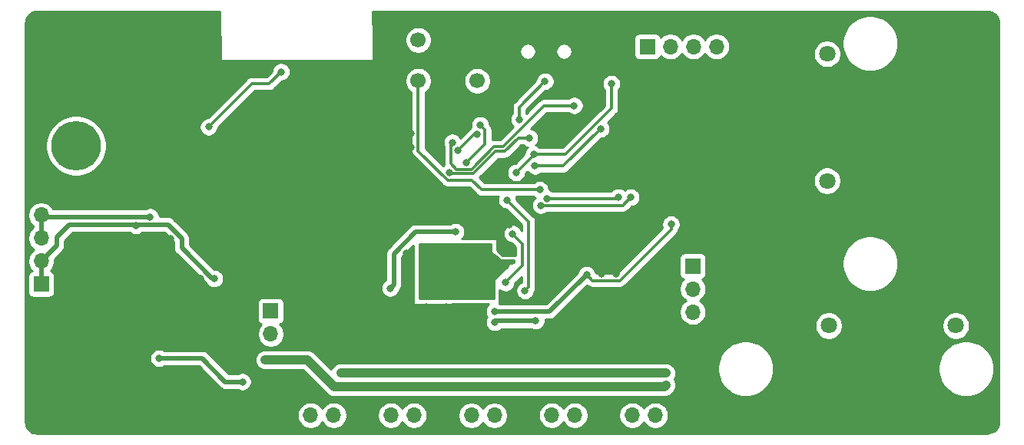
<source format=gbr>
%TF.GenerationSoftware,KiCad,Pcbnew,(5.1.6)-1*%
%TF.CreationDate,2021-08-26T22:57:43+02:00*%
%TF.ProjectId,Car LEDs,43617220-4c45-4447-932e-6b696361645f,rev?*%
%TF.SameCoordinates,Original*%
%TF.FileFunction,Copper,L2,Bot*%
%TF.FilePolarity,Positive*%
%FSLAX46Y46*%
G04 Gerber Fmt 4.6, Leading zero omitted, Abs format (unit mm)*
G04 Created by KiCad (PCBNEW (5.1.6)-1) date 2021-08-26 22:57:43*
%MOMM*%
%LPD*%
G01*
G04 APERTURE LIST*
%TA.AperFunction,ComponentPad*%
%ADD10C,0.800000*%
%TD*%
%TA.AperFunction,ComponentPad*%
%ADD11C,5.000000*%
%TD*%
%TA.AperFunction,ComponentPad*%
%ADD12O,1.700000X1.700000*%
%TD*%
%TA.AperFunction,ComponentPad*%
%ADD13R,1.700000X1.700000*%
%TD*%
%TA.AperFunction,ComponentPad*%
%ADD14C,1.700000*%
%TD*%
%TA.AperFunction,ComponentPad*%
%ADD15C,4.740000*%
%TD*%
%TA.AperFunction,ComponentPad*%
%ADD16C,5.460000*%
%TD*%
%TA.AperFunction,ComponentPad*%
%ADD17C,1.800000*%
%TD*%
%TA.AperFunction,ComponentPad*%
%ADD18C,3.750000*%
%TD*%
%TA.AperFunction,ViaPad*%
%ADD19C,0.800000*%
%TD*%
%TA.AperFunction,Conductor*%
%ADD20C,0.500000*%
%TD*%
%TA.AperFunction,Conductor*%
%ADD21C,0.300000*%
%TD*%
%TA.AperFunction,Conductor*%
%ADD22C,1.000000*%
%TD*%
%TA.AperFunction,Conductor*%
%ADD23C,0.254000*%
%TD*%
G04 APERTURE END LIST*
D10*
%TO.P,H2,1*%
%TO.N,GND*%
X166635825Y-44304175D03*
X165310000Y-43755000D03*
X163984175Y-44304175D03*
X163435000Y-45630000D03*
X163984175Y-46955825D03*
X165310000Y-47505000D03*
X166635825Y-46955825D03*
X167185000Y-45630000D03*
D11*
X165310000Y-45630000D03*
%TD*%
D10*
%TO.P,H1,1*%
%TO.N,GND*%
X100950000Y-44240000D03*
X99624175Y-43690825D03*
X98298350Y-44240000D03*
X97749175Y-45565825D03*
X98298350Y-46891650D03*
X99624175Y-47440825D03*
X100950000Y-46891650D03*
X101499175Y-45565825D03*
D11*
X99624175Y-45565825D03*
%TD*%
D12*
%TO.P,J11,3*%
%TO.N,Net-(J11-Pad3)*%
X150140000Y-86910000D03*
%TO.P,J11,2*%
%TO.N,Data5*%
X152680000Y-86910000D03*
D13*
%TO.P,J11,1*%
%TO.N,GND*%
X155220000Y-86910000D03*
%TD*%
D12*
%TO.P,J10,3*%
%TO.N,Net-(J10-Pad3)*%
X141280000Y-86910000D03*
%TO.P,J10,2*%
%TO.N,Data4*%
X143820000Y-86910000D03*
D13*
%TO.P,J10,1*%
%TO.N,GND*%
X146360000Y-86910000D03*
%TD*%
D12*
%TO.P,J9,3*%
%TO.N,Net-(J9-Pad3)*%
X132410000Y-86920000D03*
%TO.P,J9,2*%
%TO.N,Data3*%
X134950000Y-86920000D03*
D13*
%TO.P,J9,1*%
%TO.N,GND*%
X137490000Y-86920000D03*
%TD*%
D12*
%TO.P,J8,3*%
%TO.N,Net-(J8-Pad3)*%
X123540000Y-86910000D03*
%TO.P,J8,2*%
%TO.N,Data2*%
X126080000Y-86910000D03*
D13*
%TO.P,J8,1*%
%TO.N,GND*%
X128620000Y-86910000D03*
%TD*%
D12*
%TO.P,J7,3*%
%TO.N,Net-(J7-Pad3)*%
X114700000Y-86910000D03*
%TO.P,J7,2*%
%TO.N,Data1*%
X117240000Y-86910000D03*
D13*
%TO.P,J7,1*%
%TO.N,GND*%
X119780000Y-86910000D03*
%TD*%
D14*
%TO.P,SW1,3*%
%TO.N,N/C*%
X126556000Y-45500000D03*
%TO.P,SW1,4*%
X133056000Y-50000000D03*
%TO.P,SW1,2*%
%TO.N,GND*%
X133056000Y-45500000D03*
%TO.P,SW1,1*%
%TO.N,Reset*%
X126556000Y-50000000D03*
%TD*%
D12*
%TO.P,J14,4*%
%TO.N,GND*%
X84990000Y-76760000D03*
%TO.P,J14,3*%
X84990000Y-79300000D03*
%TO.P,J14,2*%
X84990000Y-81840000D03*
D13*
%TO.P,J14,1*%
X84990000Y-84380000D03*
%TD*%
D12*
%TO.P,J13,4*%
%TO.N,5V*%
X85000000Y-64820000D03*
%TO.P,J13,3*%
X85000000Y-67360000D03*
%TO.P,J13,2*%
%TO.N,3V3*%
X85000000Y-69900000D03*
D13*
%TO.P,J13,1*%
X85000000Y-72440000D03*
%TD*%
D12*
%TO.P,J12,3*%
%TO.N,Net-(J12-Pad3)*%
X156820000Y-75510000D03*
%TO.P,J12,2*%
%TO.N,Net-(J12-Pad2)*%
X156820000Y-72970000D03*
D13*
%TO.P,J12,1*%
%TO.N,Net-(J12-Pad1)*%
X156820000Y-70430000D03*
%TD*%
D15*
%TO.P,J6,2*%
%TO.N,GND*%
X88850000Y-51160000D03*
D16*
%TO.P,J6,1*%
%TO.N,CAR_Power*%
X88850000Y-57160000D03*
%TD*%
D17*
%TO.P,J5,4*%
%TO.N,L_OUT*%
X171620000Y-47030000D03*
D18*
%TO.P,J5,3*%
%TO.N,GND*%
X176370000Y-51030000D03*
D17*
%TO.P,J5,2*%
%TO.N,R_OUT*%
X171620000Y-61030000D03*
D18*
%TO.P,J5,1*%
%TO.N,GND*%
X176370000Y-65030000D03*
%TD*%
D12*
%TO.P,J4,4*%
%TO.N,Net-(J4-Pad4)*%
X159430000Y-46215000D03*
%TO.P,J4,3*%
%TO.N,Net-(J4-Pad3)*%
X156890000Y-46215000D03*
%TO.P,J4,2*%
%TO.N,Net-(J4-Pad2)*%
X154350000Y-46215000D03*
D13*
%TO.P,J4,1*%
%TO.N,Net-(J4-Pad1)*%
X151810000Y-46215000D03*
%TD*%
D17*
%TO.P,J3,4*%
%TO.N,L_IN*%
X185800000Y-77020000D03*
D18*
%TO.P,J3,3*%
%TO.N,GND*%
X181800000Y-81770000D03*
D17*
%TO.P,J3,2*%
%TO.N,R_IN*%
X171800000Y-77020000D03*
D18*
%TO.P,J3,1*%
%TO.N,GND*%
X167800000Y-81770000D03*
%TD*%
D12*
%TO.P,J2,2*%
%TO.N,Net-(J2-Pad2)*%
X110300000Y-77940000D03*
D13*
%TO.P,J2,1*%
%TO.N,Net-(J2-Pad1)*%
X110300000Y-75400000D03*
%TD*%
D19*
%TO.N,GND*%
X140220000Y-68580000D03*
X105460000Y-58355000D03*
X105485000Y-48955000D03*
X105460000Y-66205000D03*
X136180400Y-54540000D03*
X143540000Y-54570000D03*
X143520000Y-55690000D03*
X140830000Y-55760000D03*
X109890000Y-66250000D03*
X116880000Y-66270000D03*
X109890000Y-58290000D03*
X116880000Y-58290000D03*
X109890000Y-48950000D03*
X129425000Y-70890000D03*
X129425000Y-72200000D03*
X125760000Y-57330000D03*
X125735000Y-55830000D03*
X130360000Y-51730000D03*
X136735000Y-51780000D03*
X136685000Y-49930000D03*
X145110000Y-49930000D03*
X125760000Y-58930000D03*
X122835000Y-53055000D03*
X122835000Y-55530000D03*
X122835000Y-57680000D03*
X122835000Y-60030000D03*
X134510000Y-60980000D03*
X136385000Y-61005000D03*
X147885000Y-47530000D03*
X149260000Y-47530000D03*
X147885000Y-45830000D03*
X149235000Y-45780000D03*
X125985000Y-63505000D03*
X127885000Y-63505000D03*
X129910000Y-63505000D03*
X123210000Y-67380000D03*
X135660000Y-64730000D03*
X143735000Y-70630000D03*
X136570000Y-65870000D03*
X121870000Y-68780000D03*
X125850000Y-65070000D03*
X127880000Y-65070000D03*
X129920000Y-65050000D03*
X125220000Y-69050000D03*
X125240000Y-70850000D03*
X125220000Y-72540000D03*
X129430000Y-68520000D03*
X121860000Y-71760000D03*
X118340000Y-71790000D03*
X114600000Y-71810000D03*
X110760000Y-71820000D03*
X106470000Y-71810000D03*
X102600000Y-71820000D03*
X99240000Y-71830000D03*
X99230000Y-70220000D03*
X99230000Y-68880000D03*
X99240000Y-67380000D03*
X124420000Y-66270000D03*
X121830000Y-70260000D03*
X121740000Y-67040000D03*
X123070000Y-65690000D03*
X124380000Y-64560000D03*
X133190000Y-65250000D03*
X148330000Y-68110000D03*
X148330000Y-69610000D03*
X146730000Y-71290000D03*
X148330000Y-71270000D03*
X148340000Y-66660000D03*
X146790000Y-66650000D03*
X99380000Y-75010000D03*
X100800000Y-75010000D03*
X102190000Y-75010000D03*
X103590000Y-75010000D03*
X105170000Y-75020000D03*
X100790000Y-76300000D03*
X102190000Y-76300000D03*
X105180000Y-73870000D03*
X103580000Y-73880000D03*
X102180000Y-73880000D03*
X100820000Y-73880000D03*
X99390000Y-73880000D03*
X105470000Y-70100000D03*
X105470000Y-68430000D03*
X93000000Y-51250000D03*
X88790000Y-47040000D03*
X84560000Y-51270000D03*
X84540000Y-47070000D03*
X93020000Y-46990000D03*
X90900000Y-47020000D03*
X86640000Y-47070000D03*
X84540000Y-49300000D03*
X93020000Y-49270000D03*
X91870000Y-48270000D03*
X85720000Y-48250000D03*
X85660000Y-45600000D03*
X87760000Y-45620000D03*
X89910000Y-45600000D03*
X91890000Y-45600000D03*
X84550000Y-53260000D03*
X93010000Y-53310000D03*
X91810000Y-54360000D03*
X85710000Y-54340000D03*
X97770000Y-75020000D03*
X97760000Y-73830000D03*
X94270000Y-84900000D03*
X101040000Y-85570000D03*
X102410000Y-85600000D03*
X107390000Y-85610000D03*
X94260000Y-83080000D03*
X94250000Y-80880000D03*
X94230000Y-78700000D03*
X92330000Y-78700000D03*
X92320000Y-80850000D03*
X92300000Y-83030000D03*
X120900000Y-80470000D03*
X122430000Y-80440000D03*
X124020000Y-80430000D03*
X125610000Y-80430000D03*
X125610000Y-79050000D03*
X124050000Y-79020000D03*
X122430000Y-79000000D03*
X129650000Y-80400000D03*
X131170000Y-80400000D03*
X132840000Y-80410000D03*
X134530000Y-80380000D03*
X134560000Y-79260000D03*
X132840000Y-79260000D03*
X131150000Y-79250000D03*
X138190000Y-79220000D03*
X139640000Y-79220000D03*
X141180000Y-79220000D03*
X138160000Y-80520000D03*
X139670000Y-80550000D03*
X141180000Y-80600000D03*
X142870000Y-80630000D03*
X147430000Y-80640000D03*
X148860000Y-80610000D03*
X150220000Y-80610000D03*
X151600000Y-80600000D03*
X146610000Y-79190000D03*
X148130000Y-79190000D03*
X149530000Y-79170000D03*
X145310000Y-66650000D03*
X143880000Y-66650000D03*
X145310000Y-65270000D03*
X146790000Y-65260000D03*
X148310000Y-65270000D03*
X115300000Y-74990000D03*
X117540000Y-75010000D03*
X117540000Y-77970000D03*
X115290000Y-77970000D03*
X122720000Y-76100000D03*
X124060000Y-76090000D03*
X164790000Y-68240000D03*
X166460000Y-68270000D03*
X168010000Y-68300000D03*
X164800000Y-70260000D03*
X166440000Y-70330000D03*
X168040000Y-70310000D03*
X154450000Y-63810000D03*
X156540000Y-63810000D03*
X158660000Y-63810000D03*
X151150000Y-71330000D03*
X153390000Y-71360000D03*
X153350000Y-69590000D03*
X149840000Y-68090000D03*
X149860000Y-66660000D03*
X149840000Y-65220000D03*
X143730000Y-75750000D03*
X146700000Y-75790000D03*
X148360000Y-75850000D03*
X151130000Y-75870000D03*
X153410000Y-75890000D03*
X156520000Y-61580000D03*
X154450000Y-61580000D03*
X152370000Y-61550000D03*
X154430000Y-58990000D03*
X156550000Y-58990000D03*
X162940000Y-70260000D03*
X161070000Y-70240000D03*
X155800000Y-78460000D03*
X157790000Y-78460000D03*
X157770000Y-80580000D03*
X157770000Y-82900000D03*
X155780000Y-82850000D03*
X155800000Y-80560000D03*
X89140000Y-78690000D03*
X89160000Y-80830000D03*
X89200000Y-82990000D03*
X89160000Y-84890000D03*
X87580000Y-84890000D03*
X87520000Y-82970000D03*
X87520000Y-80830000D03*
X87560000Y-78670000D03*
X87560000Y-76480000D03*
X89180000Y-76440000D03*
X96060000Y-74970000D03*
X94210000Y-74970000D03*
X96060000Y-73810000D03*
X94230000Y-73790000D03*
X92460000Y-73810000D03*
X92440000Y-71690000D03*
X92460000Y-69510000D03*
X92480000Y-67500000D03*
X90600000Y-67500000D03*
X90580000Y-69490000D03*
X90600000Y-63170000D03*
X92480000Y-63150000D03*
X94230000Y-63150000D03*
X96090000Y-63130000D03*
X97830000Y-63100000D03*
X90580000Y-61490000D03*
X92460000Y-61470000D03*
X94210000Y-61440000D03*
X96090000Y-61440000D03*
X97830000Y-61440000D03*
X96090000Y-59650000D03*
X96110000Y-57680000D03*
X96110000Y-55670000D03*
X96090000Y-53640000D03*
X96060000Y-51240000D03*
X96060000Y-49230000D03*
X98270000Y-51220000D03*
X98290000Y-53620000D03*
X122820000Y-48970000D03*
X122840000Y-46590000D03*
X122840000Y-44470000D03*
X122840000Y-42870000D03*
X126580000Y-42870000D03*
X133030000Y-42850000D03*
X129710000Y-42870000D03*
X129680000Y-74970000D03*
X132440000Y-74990000D03*
X127450000Y-74970000D03*
X148520000Y-58200000D03*
X141500000Y-61570000D03*
X96060000Y-47000000D03*
X103380000Y-47000000D03*
X103380000Y-45590000D03*
X103400000Y-44240000D03*
X96060000Y-44270000D03*
X124520000Y-46570000D03*
X124570000Y-48990000D03*
X124550000Y-44480000D03*
X124550000Y-42890000D03*
X131370000Y-42890000D03*
X128160000Y-42860000D03*
X147890000Y-43850000D03*
X149270000Y-43830000D03*
X156540000Y-56360000D03*
X156540000Y-53970000D03*
X156510000Y-50980000D03*
X159510000Y-51000000D03*
X159510000Y-54000000D03*
X159480000Y-56390000D03*
X159460000Y-59010000D03*
X162350000Y-51000000D03*
X162350000Y-54000000D03*
X162380000Y-56440000D03*
X165240000Y-50980000D03*
X143620000Y-67950000D03*
X143880000Y-65270000D03*
X135750000Y-68320000D03*
X140210000Y-69750000D03*
%TO.N,5V*%
X97995600Y-80620000D03*
X107190400Y-83210800D03*
X126980000Y-83650000D03*
X135960000Y-83640000D03*
X144900000Y-83630000D03*
X118067067Y-83725242D03*
X134985000Y-75455000D03*
X145110000Y-71380000D03*
X123460000Y-72880000D03*
X130690000Y-66650000D03*
X97000000Y-65010000D03*
X109700000Y-80790000D03*
X153850000Y-83580000D03*
X154430000Y-65820000D03*
%TO.N,DTR*%
X138800000Y-56300000D03*
X130033762Y-60094423D03*
%TO.N,Reset*%
X139960000Y-62005000D03*
%TO.N,CAR_Power*%
X126970000Y-82240000D03*
X135950000Y-82290000D03*
X144920000Y-82270000D03*
X153860000Y-82270000D03*
X118020007Y-82260007D03*
%TO.N,3V3*%
X104090000Y-71830000D03*
X95430000Y-65960000D03*
%TO.N,D+*%
X140535000Y-50049998D03*
X137690000Y-54250000D03*
%TO.N,USB_VCC*%
X143750000Y-52730000D03*
X130310000Y-56800000D03*
%TO.N,USB_TX*%
X139420000Y-59410000D03*
X146675338Y-55295338D03*
%TO.N,USB_RX*%
X139280000Y-58120000D03*
X137350000Y-60120000D03*
X147850000Y-50320000D03*
%TO.N,Net-(IC1-Pad9)*%
X131890000Y-59000000D03*
X133390000Y-54880000D03*
%TO.N,Net-(IC1-Pad8)*%
X130903661Y-57716487D03*
X133059970Y-55890030D03*
%TO.N,SDA*%
X140720525Y-62989181D03*
X148644662Y-62834662D03*
%TO.N,SCL*%
X140060000Y-63740000D03*
X149980000Y-62860000D03*
%TO.N,BT_TX*%
X136360000Y-63155000D03*
X138330000Y-73160000D03*
%TO.N,Data1*%
X136185000Y-72280000D03*
X136951048Y-66868952D03*
%TO.N,RemoteON*%
X139509998Y-76490002D03*
X134999745Y-76642348D03*
%TO.N,Net-(R8-Pad1)*%
X103460000Y-55080000D03*
X111435000Y-49005010D03*
%TD*%
D20*
%TO.N,5V*%
X97995600Y-80620000D02*
X102720000Y-80620000D01*
X102720000Y-80620000D02*
X105310800Y-83210800D01*
X105310800Y-83210800D02*
X107190400Y-83210800D01*
D21*
X126960000Y-83630000D02*
X126980000Y-83650000D01*
X144890000Y-83640000D02*
X144900000Y-83630000D01*
X153800000Y-83630000D02*
X153850000Y-83580000D01*
D20*
X126960000Y-83630000D02*
X126864758Y-83725242D01*
X126864758Y-83725242D02*
X118632752Y-83725242D01*
X118632752Y-83725242D02*
X118067067Y-83725242D01*
X134985000Y-75455000D02*
X141035000Y-75455000D01*
X141035000Y-75455000D02*
X145110000Y-71380000D01*
X126278588Y-66650000D02*
X130690000Y-66650000D01*
X123859999Y-69068589D02*
X126278588Y-66650000D01*
X123460000Y-72880000D02*
X123859999Y-72480001D01*
X123859999Y-72480001D02*
X123859999Y-69068589D01*
X85190000Y-65010000D02*
X85000000Y-64820000D01*
X97000000Y-65010000D02*
X85190000Y-65010000D01*
X85000000Y-64820000D02*
X85000000Y-67360000D01*
D22*
X118067067Y-83725242D02*
X117255242Y-83725242D01*
X117255242Y-83725242D02*
X114320000Y-80790000D01*
X114320000Y-80790000D02*
X109700000Y-80790000D01*
X118067067Y-83725242D02*
X126904758Y-83725242D01*
X153704758Y-83725242D02*
X153850000Y-83580000D01*
X118067067Y-83725242D02*
X153704758Y-83725242D01*
D21*
X154430000Y-66385685D02*
X148775684Y-72040001D01*
X145770001Y-72040001D02*
X145110000Y-71380000D01*
X148775684Y-72040001D02*
X145770001Y-72040001D01*
X154430000Y-65820000D02*
X154430000Y-66385685D01*
%TO.N,DTR*%
X138800000Y-56300000D02*
X137577120Y-56300000D01*
X137577120Y-56300000D02*
X136087110Y-57790010D01*
X136087110Y-57790010D02*
X135097110Y-57790010D01*
X135097110Y-57790010D02*
X132637109Y-60250011D01*
X132637109Y-60250011D02*
X130189350Y-60250011D01*
X130189350Y-60250011D02*
X130033762Y-60094423D01*
%TO.N,Reset*%
X126556000Y-57726663D02*
X129784337Y-60955000D01*
X126556000Y-50000000D02*
X126556000Y-57726663D01*
X129784337Y-60955000D02*
X132485000Y-60955000D01*
X132485000Y-60955000D02*
X133535000Y-62005000D01*
X133535000Y-62005000D02*
X139960000Y-62005000D01*
D20*
%TO.N,CAR_Power*%
X153860000Y-82270000D02*
X144920000Y-82270000D01*
X135970000Y-82270000D02*
X135950000Y-82290000D01*
X144920000Y-82270000D02*
X135970000Y-82270000D01*
X127020000Y-82290000D02*
X126970000Y-82240000D01*
X135950000Y-82290000D02*
X127020000Y-82290000D01*
X126970000Y-82240000D02*
X118040014Y-82240000D01*
X118040014Y-82240000D02*
X118020007Y-82260007D01*
D22*
X153850007Y-82260007D02*
X153860000Y-82270000D01*
X118020007Y-82260007D02*
X153850007Y-82260007D01*
D20*
%TO.N,3V3*%
X85000000Y-69900000D02*
X85000000Y-72440000D01*
X86690000Y-68210000D02*
X85000000Y-69900000D01*
X86690000Y-67270000D02*
X86690000Y-68210000D01*
X88099999Y-65860001D02*
X86690000Y-67270000D01*
X103868002Y-71830000D02*
X100508002Y-68470000D01*
X104090000Y-71830000D02*
X103868002Y-71830000D01*
X100508002Y-68470000D02*
X100508002Y-67390000D01*
X100508002Y-67390000D02*
X98978003Y-65860001D01*
X95500001Y-65860001D02*
X88099999Y-65860001D01*
X98978003Y-65860001D02*
X95500001Y-65860001D01*
X95430000Y-65930002D02*
X95430000Y-65960000D01*
X95500001Y-65860001D02*
X95430000Y-65930002D01*
D21*
%TO.N,D+*%
X137690000Y-52894998D02*
X137690000Y-54250000D01*
X140535000Y-50049998D02*
X137690000Y-52894998D01*
%TO.N,USB_VCC*%
X143750000Y-52730000D02*
X140440000Y-52730000D01*
X140440000Y-52730000D02*
X135880000Y-57290000D01*
X135880000Y-57290000D02*
X134890000Y-57290000D01*
X132429999Y-59750001D02*
X130750001Y-59750001D01*
X134890000Y-57290000D02*
X132429999Y-59750001D01*
X130153660Y-56956340D02*
X130310000Y-56800000D01*
X130750001Y-59750001D02*
X130153660Y-59153660D01*
X130153660Y-59153660D02*
X130153660Y-56956340D01*
%TO.N,USB_TX*%
X142560676Y-59410000D02*
X146675338Y-55295338D01*
X139420000Y-59410000D02*
X142560676Y-59410000D01*
%TO.N,USB_RX*%
X139280000Y-58120000D02*
X139280000Y-58190000D01*
X139280000Y-58190000D02*
X137350000Y-60120000D01*
X147850000Y-53060000D02*
X147850000Y-50320000D01*
X142790000Y-58120000D02*
X147850000Y-53060000D01*
X139280000Y-58120000D02*
X142790000Y-58120000D01*
%TO.N,Net-(IC1-Pad9)*%
X133910001Y-56979999D02*
X133910001Y-55400001D01*
X131890000Y-59000000D02*
X133910001Y-56979999D01*
X133910001Y-55400001D02*
X133390000Y-54880000D01*
%TO.N,Net-(IC1-Pad8)*%
X130903661Y-57716487D02*
X132730118Y-55890030D01*
X132730118Y-55890030D02*
X133059970Y-55890030D01*
%TO.N,SDA*%
X148490143Y-62989181D02*
X148644662Y-62834662D01*
X140720525Y-62989181D02*
X148490143Y-62989181D01*
%TO.N,SCL*%
X140060000Y-63740000D02*
X149100000Y-63740000D01*
X149100000Y-63740000D02*
X149980000Y-62860000D01*
%TO.N,BT_TX*%
X136360000Y-63155000D02*
X138729999Y-65524999D01*
X138729999Y-72760001D02*
X138330000Y-73160000D01*
X138729999Y-65524999D02*
X138729999Y-72760001D01*
%TO.N,Data1*%
X138060000Y-67977904D02*
X136951048Y-66868952D01*
X138060000Y-70405000D02*
X138060000Y-67977904D01*
X136185000Y-72280000D02*
X138060000Y-70405000D01*
D20*
%TO.N,RemoteON*%
X139509998Y-76490002D02*
X135152091Y-76490002D01*
X135152091Y-76490002D02*
X134999745Y-76642348D01*
D21*
%TO.N,Net-(R8-Pad1)*%
X111435000Y-49005010D02*
X110135010Y-50305000D01*
X108235000Y-50305000D02*
X103460000Y-55080000D01*
X110135010Y-50305000D02*
X108235000Y-50305000D01*
%TD*%
D23*
%TO.N,GND*%
G36*
X104673623Y-42351901D02*
G01*
X104738009Y-47631549D01*
X104740440Y-47654776D01*
X104747667Y-47678601D01*
X104759403Y-47700557D01*
X104775197Y-47719803D01*
X104794443Y-47735597D01*
X104816399Y-47747333D01*
X104840224Y-47754560D01*
X104865000Y-47757000D01*
X121495000Y-47757000D01*
X121521294Y-47754248D01*
X121545028Y-47746731D01*
X121566840Y-47734728D01*
X121585891Y-47718701D01*
X121601449Y-47699265D01*
X121612917Y-47677166D01*
X121619853Y-47653256D01*
X121621991Y-47628451D01*
X121594251Y-45353740D01*
X125071000Y-45353740D01*
X125071000Y-45646260D01*
X125128068Y-45933158D01*
X125240010Y-46203411D01*
X125402525Y-46446632D01*
X125609368Y-46653475D01*
X125852589Y-46815990D01*
X126122842Y-46927932D01*
X126409740Y-46985000D01*
X126702260Y-46985000D01*
X126989158Y-46927932D01*
X127259411Y-46815990D01*
X127484825Y-46665373D01*
X137710000Y-46665373D01*
X137710000Y-46844627D01*
X137744971Y-47020437D01*
X137813569Y-47186047D01*
X137913157Y-47335091D01*
X138039909Y-47461843D01*
X138188953Y-47561431D01*
X138354563Y-47630029D01*
X138530373Y-47665000D01*
X138709627Y-47665000D01*
X138885437Y-47630029D01*
X139051047Y-47561431D01*
X139200091Y-47461843D01*
X139326843Y-47335091D01*
X139426431Y-47186047D01*
X139495029Y-47020437D01*
X139530000Y-46844627D01*
X139530000Y-46665373D01*
X141710000Y-46665373D01*
X141710000Y-46844627D01*
X141744971Y-47020437D01*
X141813569Y-47186047D01*
X141913157Y-47335091D01*
X142039909Y-47461843D01*
X142188953Y-47561431D01*
X142354563Y-47630029D01*
X142530373Y-47665000D01*
X142709627Y-47665000D01*
X142885437Y-47630029D01*
X143051047Y-47561431D01*
X143200091Y-47461843D01*
X143326843Y-47335091D01*
X143426431Y-47186047D01*
X143495029Y-47020437D01*
X143530000Y-46844627D01*
X143530000Y-46665373D01*
X143495029Y-46489563D01*
X143426431Y-46323953D01*
X143326843Y-46174909D01*
X143200091Y-46048157D01*
X143051047Y-45948569D01*
X142885437Y-45879971D01*
X142709627Y-45845000D01*
X142530373Y-45845000D01*
X142354563Y-45879971D01*
X142188953Y-45948569D01*
X142039909Y-46048157D01*
X141913157Y-46174909D01*
X141813569Y-46323953D01*
X141744971Y-46489563D01*
X141710000Y-46665373D01*
X139530000Y-46665373D01*
X139495029Y-46489563D01*
X139426431Y-46323953D01*
X139326843Y-46174909D01*
X139200091Y-46048157D01*
X139051047Y-45948569D01*
X138885437Y-45879971D01*
X138709627Y-45845000D01*
X138530373Y-45845000D01*
X138354563Y-45879971D01*
X138188953Y-45948569D01*
X138039909Y-46048157D01*
X137913157Y-46174909D01*
X137813569Y-46323953D01*
X137744971Y-46489563D01*
X137710000Y-46665373D01*
X127484825Y-46665373D01*
X127502632Y-46653475D01*
X127709475Y-46446632D01*
X127871990Y-46203411D01*
X127983932Y-45933158D01*
X128041000Y-45646260D01*
X128041000Y-45365000D01*
X150321928Y-45365000D01*
X150321928Y-47065000D01*
X150334188Y-47189482D01*
X150370498Y-47309180D01*
X150429463Y-47419494D01*
X150508815Y-47516185D01*
X150605506Y-47595537D01*
X150715820Y-47654502D01*
X150835518Y-47690812D01*
X150960000Y-47703072D01*
X152660000Y-47703072D01*
X152784482Y-47690812D01*
X152904180Y-47654502D01*
X153014494Y-47595537D01*
X153111185Y-47516185D01*
X153190537Y-47419494D01*
X153249502Y-47309180D01*
X153271513Y-47236620D01*
X153403368Y-47368475D01*
X153646589Y-47530990D01*
X153916842Y-47642932D01*
X154203740Y-47700000D01*
X154496260Y-47700000D01*
X154783158Y-47642932D01*
X155053411Y-47530990D01*
X155296632Y-47368475D01*
X155503475Y-47161632D01*
X155620000Y-46987240D01*
X155736525Y-47161632D01*
X155943368Y-47368475D01*
X156186589Y-47530990D01*
X156456842Y-47642932D01*
X156743740Y-47700000D01*
X157036260Y-47700000D01*
X157323158Y-47642932D01*
X157593411Y-47530990D01*
X157836632Y-47368475D01*
X158043475Y-47161632D01*
X158160000Y-46987240D01*
X158276525Y-47161632D01*
X158483368Y-47368475D01*
X158726589Y-47530990D01*
X158996842Y-47642932D01*
X159283740Y-47700000D01*
X159576260Y-47700000D01*
X159863158Y-47642932D01*
X160133411Y-47530990D01*
X160376632Y-47368475D01*
X160583475Y-47161632D01*
X160745990Y-46918411D01*
X160762390Y-46878816D01*
X170085000Y-46878816D01*
X170085000Y-47181184D01*
X170143989Y-47477743D01*
X170259701Y-47757095D01*
X170427688Y-48008505D01*
X170641495Y-48222312D01*
X170892905Y-48390299D01*
X171172257Y-48506011D01*
X171468816Y-48565000D01*
X171771184Y-48565000D01*
X172067743Y-48506011D01*
X172347095Y-48390299D01*
X172598505Y-48222312D01*
X172812312Y-48008505D01*
X172980299Y-47757095D01*
X173096011Y-47477743D01*
X173155000Y-47181184D01*
X173155000Y-46878816D01*
X173096011Y-46582257D01*
X172980299Y-46302905D01*
X172812312Y-46051495D01*
X172598505Y-45837688D01*
X172347095Y-45669701D01*
X172122442Y-45576646D01*
X173290000Y-45576646D01*
X173290000Y-46183354D01*
X173408362Y-46778403D01*
X173640539Y-47338927D01*
X173977608Y-47843386D01*
X174406614Y-48272392D01*
X174911073Y-48609461D01*
X175471597Y-48841638D01*
X176066646Y-48960000D01*
X176673354Y-48960000D01*
X177268403Y-48841638D01*
X177828927Y-48609461D01*
X178333386Y-48272392D01*
X178762392Y-47843386D01*
X179099461Y-47338927D01*
X179331638Y-46778403D01*
X179450000Y-46183354D01*
X179450000Y-45576646D01*
X179331638Y-44981597D01*
X179099461Y-44421073D01*
X178762392Y-43916614D01*
X178333386Y-43487608D01*
X177828927Y-43150539D01*
X177268403Y-42918362D01*
X176673354Y-42800000D01*
X176066646Y-42800000D01*
X175471597Y-42918362D01*
X174911073Y-43150539D01*
X174406614Y-43487608D01*
X173977608Y-43916614D01*
X173640539Y-44421073D01*
X173408362Y-44981597D01*
X173290000Y-45576646D01*
X172122442Y-45576646D01*
X172067743Y-45553989D01*
X171771184Y-45495000D01*
X171468816Y-45495000D01*
X171172257Y-45553989D01*
X170892905Y-45669701D01*
X170641495Y-45837688D01*
X170427688Y-46051495D01*
X170259701Y-46302905D01*
X170143989Y-46582257D01*
X170085000Y-46878816D01*
X160762390Y-46878816D01*
X160857932Y-46648158D01*
X160915000Y-46361260D01*
X160915000Y-46068740D01*
X160857932Y-45781842D01*
X160745990Y-45511589D01*
X160583475Y-45268368D01*
X160376632Y-45061525D01*
X160133411Y-44899010D01*
X159863158Y-44787068D01*
X159576260Y-44730000D01*
X159283740Y-44730000D01*
X158996842Y-44787068D01*
X158726589Y-44899010D01*
X158483368Y-45061525D01*
X158276525Y-45268368D01*
X158160000Y-45442760D01*
X158043475Y-45268368D01*
X157836632Y-45061525D01*
X157593411Y-44899010D01*
X157323158Y-44787068D01*
X157036260Y-44730000D01*
X156743740Y-44730000D01*
X156456842Y-44787068D01*
X156186589Y-44899010D01*
X155943368Y-45061525D01*
X155736525Y-45268368D01*
X155620000Y-45442760D01*
X155503475Y-45268368D01*
X155296632Y-45061525D01*
X155053411Y-44899010D01*
X154783158Y-44787068D01*
X154496260Y-44730000D01*
X154203740Y-44730000D01*
X153916842Y-44787068D01*
X153646589Y-44899010D01*
X153403368Y-45061525D01*
X153271513Y-45193380D01*
X153249502Y-45120820D01*
X153190537Y-45010506D01*
X153111185Y-44913815D01*
X153014494Y-44834463D01*
X152904180Y-44775498D01*
X152784482Y-44739188D01*
X152660000Y-44726928D01*
X150960000Y-44726928D01*
X150835518Y-44739188D01*
X150715820Y-44775498D01*
X150605506Y-44834463D01*
X150508815Y-44913815D01*
X150429463Y-45010506D01*
X150370498Y-45120820D01*
X150334188Y-45240518D01*
X150321928Y-45365000D01*
X128041000Y-45365000D01*
X128041000Y-45353740D01*
X127983932Y-45066842D01*
X127871990Y-44796589D01*
X127709475Y-44553368D01*
X127502632Y-44346525D01*
X127259411Y-44184010D01*
X126989158Y-44072068D01*
X126702260Y-44015000D01*
X126409740Y-44015000D01*
X126122842Y-44072068D01*
X125852589Y-44184010D01*
X125609368Y-44346525D01*
X125402525Y-44553368D01*
X125240010Y-44796589D01*
X125128068Y-45066842D01*
X125071000Y-45353740D01*
X121594251Y-45353740D01*
X121557663Y-42353517D01*
X189267690Y-42359997D01*
X189542182Y-42386911D01*
X189775143Y-42457246D01*
X189990003Y-42571489D01*
X190178579Y-42725287D01*
X190333695Y-42912791D01*
X190449435Y-43126846D01*
X190521393Y-43359306D01*
X190550027Y-43631742D01*
X190550000Y-87607722D01*
X190523089Y-87882182D01*
X190452754Y-88115142D01*
X190338510Y-88330004D01*
X190184713Y-88518578D01*
X189997206Y-88673697D01*
X189783154Y-88789435D01*
X189550690Y-88861394D01*
X189278259Y-88890027D01*
X84562278Y-88890000D01*
X84287818Y-88863089D01*
X84054858Y-88792754D01*
X83839996Y-88678510D01*
X83651422Y-88524713D01*
X83496303Y-88337206D01*
X83380565Y-88123154D01*
X83308606Y-87890690D01*
X83279973Y-87618259D01*
X83279973Y-86763740D01*
X113215000Y-86763740D01*
X113215000Y-87056260D01*
X113272068Y-87343158D01*
X113384010Y-87613411D01*
X113546525Y-87856632D01*
X113753368Y-88063475D01*
X113996589Y-88225990D01*
X114266842Y-88337932D01*
X114553740Y-88395000D01*
X114846260Y-88395000D01*
X115133158Y-88337932D01*
X115403411Y-88225990D01*
X115646632Y-88063475D01*
X115853475Y-87856632D01*
X115970000Y-87682240D01*
X116086525Y-87856632D01*
X116293368Y-88063475D01*
X116536589Y-88225990D01*
X116806842Y-88337932D01*
X117093740Y-88395000D01*
X117386260Y-88395000D01*
X117673158Y-88337932D01*
X117943411Y-88225990D01*
X118186632Y-88063475D01*
X118393475Y-87856632D01*
X118555990Y-87613411D01*
X118667932Y-87343158D01*
X118725000Y-87056260D01*
X118725000Y-86763740D01*
X122055000Y-86763740D01*
X122055000Y-87056260D01*
X122112068Y-87343158D01*
X122224010Y-87613411D01*
X122386525Y-87856632D01*
X122593368Y-88063475D01*
X122836589Y-88225990D01*
X123106842Y-88337932D01*
X123393740Y-88395000D01*
X123686260Y-88395000D01*
X123973158Y-88337932D01*
X124243411Y-88225990D01*
X124486632Y-88063475D01*
X124693475Y-87856632D01*
X124810000Y-87682240D01*
X124926525Y-87856632D01*
X125133368Y-88063475D01*
X125376589Y-88225990D01*
X125646842Y-88337932D01*
X125933740Y-88395000D01*
X126226260Y-88395000D01*
X126513158Y-88337932D01*
X126783411Y-88225990D01*
X127026632Y-88063475D01*
X127233475Y-87856632D01*
X127395990Y-87613411D01*
X127507932Y-87343158D01*
X127565000Y-87056260D01*
X127565000Y-86773740D01*
X130925000Y-86773740D01*
X130925000Y-87066260D01*
X130982068Y-87353158D01*
X131094010Y-87623411D01*
X131256525Y-87866632D01*
X131463368Y-88073475D01*
X131706589Y-88235990D01*
X131976842Y-88347932D01*
X132263740Y-88405000D01*
X132556260Y-88405000D01*
X132843158Y-88347932D01*
X133113411Y-88235990D01*
X133356632Y-88073475D01*
X133563475Y-87866632D01*
X133680000Y-87692240D01*
X133796525Y-87866632D01*
X134003368Y-88073475D01*
X134246589Y-88235990D01*
X134516842Y-88347932D01*
X134803740Y-88405000D01*
X135096260Y-88405000D01*
X135383158Y-88347932D01*
X135653411Y-88235990D01*
X135896632Y-88073475D01*
X136103475Y-87866632D01*
X136265990Y-87623411D01*
X136377932Y-87353158D01*
X136435000Y-87066260D01*
X136435000Y-86773740D01*
X136433011Y-86763740D01*
X139795000Y-86763740D01*
X139795000Y-87056260D01*
X139852068Y-87343158D01*
X139964010Y-87613411D01*
X140126525Y-87856632D01*
X140333368Y-88063475D01*
X140576589Y-88225990D01*
X140846842Y-88337932D01*
X141133740Y-88395000D01*
X141426260Y-88395000D01*
X141713158Y-88337932D01*
X141983411Y-88225990D01*
X142226632Y-88063475D01*
X142433475Y-87856632D01*
X142550000Y-87682240D01*
X142666525Y-87856632D01*
X142873368Y-88063475D01*
X143116589Y-88225990D01*
X143386842Y-88337932D01*
X143673740Y-88395000D01*
X143966260Y-88395000D01*
X144253158Y-88337932D01*
X144523411Y-88225990D01*
X144766632Y-88063475D01*
X144973475Y-87856632D01*
X145135990Y-87613411D01*
X145247932Y-87343158D01*
X145305000Y-87056260D01*
X145305000Y-86763740D01*
X148655000Y-86763740D01*
X148655000Y-87056260D01*
X148712068Y-87343158D01*
X148824010Y-87613411D01*
X148986525Y-87856632D01*
X149193368Y-88063475D01*
X149436589Y-88225990D01*
X149706842Y-88337932D01*
X149993740Y-88395000D01*
X150286260Y-88395000D01*
X150573158Y-88337932D01*
X150843411Y-88225990D01*
X151086632Y-88063475D01*
X151293475Y-87856632D01*
X151410000Y-87682240D01*
X151526525Y-87856632D01*
X151733368Y-88063475D01*
X151976589Y-88225990D01*
X152246842Y-88337932D01*
X152533740Y-88395000D01*
X152826260Y-88395000D01*
X153113158Y-88337932D01*
X153383411Y-88225990D01*
X153626632Y-88063475D01*
X153833475Y-87856632D01*
X153995990Y-87613411D01*
X154107932Y-87343158D01*
X154165000Y-87056260D01*
X154165000Y-86763740D01*
X154107932Y-86476842D01*
X153995990Y-86206589D01*
X153833475Y-85963368D01*
X153626632Y-85756525D01*
X153383411Y-85594010D01*
X153113158Y-85482068D01*
X152826260Y-85425000D01*
X152533740Y-85425000D01*
X152246842Y-85482068D01*
X151976589Y-85594010D01*
X151733368Y-85756525D01*
X151526525Y-85963368D01*
X151410000Y-86137760D01*
X151293475Y-85963368D01*
X151086632Y-85756525D01*
X150843411Y-85594010D01*
X150573158Y-85482068D01*
X150286260Y-85425000D01*
X149993740Y-85425000D01*
X149706842Y-85482068D01*
X149436589Y-85594010D01*
X149193368Y-85756525D01*
X148986525Y-85963368D01*
X148824010Y-86206589D01*
X148712068Y-86476842D01*
X148655000Y-86763740D01*
X145305000Y-86763740D01*
X145247932Y-86476842D01*
X145135990Y-86206589D01*
X144973475Y-85963368D01*
X144766632Y-85756525D01*
X144523411Y-85594010D01*
X144253158Y-85482068D01*
X143966260Y-85425000D01*
X143673740Y-85425000D01*
X143386842Y-85482068D01*
X143116589Y-85594010D01*
X142873368Y-85756525D01*
X142666525Y-85963368D01*
X142550000Y-86137760D01*
X142433475Y-85963368D01*
X142226632Y-85756525D01*
X141983411Y-85594010D01*
X141713158Y-85482068D01*
X141426260Y-85425000D01*
X141133740Y-85425000D01*
X140846842Y-85482068D01*
X140576589Y-85594010D01*
X140333368Y-85756525D01*
X140126525Y-85963368D01*
X139964010Y-86206589D01*
X139852068Y-86476842D01*
X139795000Y-86763740D01*
X136433011Y-86763740D01*
X136377932Y-86486842D01*
X136265990Y-86216589D01*
X136103475Y-85973368D01*
X135896632Y-85766525D01*
X135653411Y-85604010D01*
X135383158Y-85492068D01*
X135096260Y-85435000D01*
X134803740Y-85435000D01*
X134516842Y-85492068D01*
X134246589Y-85604010D01*
X134003368Y-85766525D01*
X133796525Y-85973368D01*
X133680000Y-86147760D01*
X133563475Y-85973368D01*
X133356632Y-85766525D01*
X133113411Y-85604010D01*
X132843158Y-85492068D01*
X132556260Y-85435000D01*
X132263740Y-85435000D01*
X131976842Y-85492068D01*
X131706589Y-85604010D01*
X131463368Y-85766525D01*
X131256525Y-85973368D01*
X131094010Y-86216589D01*
X130982068Y-86486842D01*
X130925000Y-86773740D01*
X127565000Y-86773740D01*
X127565000Y-86763740D01*
X127507932Y-86476842D01*
X127395990Y-86206589D01*
X127233475Y-85963368D01*
X127026632Y-85756525D01*
X126783411Y-85594010D01*
X126513158Y-85482068D01*
X126226260Y-85425000D01*
X125933740Y-85425000D01*
X125646842Y-85482068D01*
X125376589Y-85594010D01*
X125133368Y-85756525D01*
X124926525Y-85963368D01*
X124810000Y-86137760D01*
X124693475Y-85963368D01*
X124486632Y-85756525D01*
X124243411Y-85594010D01*
X123973158Y-85482068D01*
X123686260Y-85425000D01*
X123393740Y-85425000D01*
X123106842Y-85482068D01*
X122836589Y-85594010D01*
X122593368Y-85756525D01*
X122386525Y-85963368D01*
X122224010Y-86206589D01*
X122112068Y-86476842D01*
X122055000Y-86763740D01*
X118725000Y-86763740D01*
X118667932Y-86476842D01*
X118555990Y-86206589D01*
X118393475Y-85963368D01*
X118186632Y-85756525D01*
X117943411Y-85594010D01*
X117673158Y-85482068D01*
X117386260Y-85425000D01*
X117093740Y-85425000D01*
X116806842Y-85482068D01*
X116536589Y-85594010D01*
X116293368Y-85756525D01*
X116086525Y-85963368D01*
X115970000Y-86137760D01*
X115853475Y-85963368D01*
X115646632Y-85756525D01*
X115403411Y-85594010D01*
X115133158Y-85482068D01*
X114846260Y-85425000D01*
X114553740Y-85425000D01*
X114266842Y-85482068D01*
X113996589Y-85594010D01*
X113753368Y-85756525D01*
X113546525Y-85963368D01*
X113384010Y-86206589D01*
X113272068Y-86476842D01*
X113215000Y-86763740D01*
X83279973Y-86763740D01*
X83279976Y-80518061D01*
X96960600Y-80518061D01*
X96960600Y-80721939D01*
X97000374Y-80921898D01*
X97078395Y-81110256D01*
X97191663Y-81279774D01*
X97335826Y-81423937D01*
X97505344Y-81537205D01*
X97693702Y-81615226D01*
X97893661Y-81655000D01*
X98097539Y-81655000D01*
X98297498Y-81615226D01*
X98485856Y-81537205D01*
X98534054Y-81505000D01*
X102353422Y-81505000D01*
X104654270Y-83805849D01*
X104681983Y-83839617D01*
X104715751Y-83867330D01*
X104715753Y-83867332D01*
X104733502Y-83881898D01*
X104816741Y-83950211D01*
X104970487Y-84032389D01*
X105137310Y-84082995D01*
X105267323Y-84095800D01*
X105267333Y-84095800D01*
X105310799Y-84100081D01*
X105354265Y-84095800D01*
X106651946Y-84095800D01*
X106700144Y-84128005D01*
X106888502Y-84206026D01*
X107088461Y-84245800D01*
X107292339Y-84245800D01*
X107492298Y-84206026D01*
X107680656Y-84128005D01*
X107850174Y-84014737D01*
X107994337Y-83870574D01*
X108107605Y-83701056D01*
X108185626Y-83512698D01*
X108225400Y-83312739D01*
X108225400Y-83108861D01*
X108185626Y-82908902D01*
X108107605Y-82720544D01*
X107994337Y-82551026D01*
X107850174Y-82406863D01*
X107680656Y-82293595D01*
X107492298Y-82215574D01*
X107292339Y-82175800D01*
X107088461Y-82175800D01*
X106888502Y-82215574D01*
X106700144Y-82293595D01*
X106651946Y-82325800D01*
X105677379Y-82325800D01*
X104141579Y-80790000D01*
X108559509Y-80790000D01*
X108581423Y-81012499D01*
X108646324Y-81226447D01*
X108751716Y-81423623D01*
X108893551Y-81596449D01*
X109066377Y-81738284D01*
X109263553Y-81843676D01*
X109477501Y-81908577D01*
X109644248Y-81925000D01*
X113849869Y-81925000D01*
X116413251Y-84488383D01*
X116448793Y-84531691D01*
X116621619Y-84673526D01*
X116818795Y-84778918D01*
X117032743Y-84843819D01*
X117255241Y-84865733D01*
X117310993Y-84860242D01*
X153649007Y-84860242D01*
X153704758Y-84865733D01*
X153760509Y-84860242D01*
X153760510Y-84860242D01*
X153927257Y-84843819D01*
X154141205Y-84778918D01*
X154338381Y-84673526D01*
X154511207Y-84531691D01*
X154546754Y-84488377D01*
X154691988Y-84343143D01*
X154798283Y-84213622D01*
X154903675Y-84016446D01*
X154968577Y-83802499D01*
X154990490Y-83580001D01*
X154968577Y-83357502D01*
X154903675Y-83143554D01*
X154798283Y-82946378D01*
X154785738Y-82931093D01*
X154808283Y-82903622D01*
X154913675Y-82706446D01*
X154978576Y-82492498D01*
X155000490Y-82269999D01*
X154978576Y-82047501D01*
X154913675Y-81833554D01*
X154808283Y-81636378D01*
X154701988Y-81506857D01*
X154692003Y-81496872D01*
X154667198Y-81466646D01*
X159570000Y-81466646D01*
X159570000Y-82073354D01*
X159688362Y-82668403D01*
X159920539Y-83228927D01*
X160257608Y-83733386D01*
X160686614Y-84162392D01*
X161191073Y-84499461D01*
X161751597Y-84731638D01*
X162346646Y-84850000D01*
X162953354Y-84850000D01*
X163548403Y-84731638D01*
X164108927Y-84499461D01*
X164613386Y-84162392D01*
X165042392Y-83733386D01*
X165379461Y-83228927D01*
X165611638Y-82668403D01*
X165730000Y-82073354D01*
X165730000Y-81466646D01*
X183870000Y-81466646D01*
X183870000Y-82073354D01*
X183988362Y-82668403D01*
X184220539Y-83228927D01*
X184557608Y-83733386D01*
X184986614Y-84162392D01*
X185491073Y-84499461D01*
X186051597Y-84731638D01*
X186646646Y-84850000D01*
X187253354Y-84850000D01*
X187848403Y-84731638D01*
X188408927Y-84499461D01*
X188913386Y-84162392D01*
X189342392Y-83733386D01*
X189679461Y-83228927D01*
X189911638Y-82668403D01*
X190030000Y-82073354D01*
X190030000Y-81466646D01*
X189911638Y-80871597D01*
X189679461Y-80311073D01*
X189342392Y-79806614D01*
X188913386Y-79377608D01*
X188408927Y-79040539D01*
X187848403Y-78808362D01*
X187253354Y-78690000D01*
X186646646Y-78690000D01*
X186051597Y-78808362D01*
X185491073Y-79040539D01*
X184986614Y-79377608D01*
X184557608Y-79806614D01*
X184220539Y-80311073D01*
X183988362Y-80871597D01*
X183870000Y-81466646D01*
X165730000Y-81466646D01*
X165611638Y-80871597D01*
X165379461Y-80311073D01*
X165042392Y-79806614D01*
X164613386Y-79377608D01*
X164108927Y-79040539D01*
X163548403Y-78808362D01*
X162953354Y-78690000D01*
X162346646Y-78690000D01*
X161751597Y-78808362D01*
X161191073Y-79040539D01*
X160686614Y-79377608D01*
X160257608Y-79806614D01*
X159920539Y-80311073D01*
X159688362Y-80871597D01*
X159570000Y-81466646D01*
X154667198Y-81466646D01*
X154656456Y-81453558D01*
X154483630Y-81311723D01*
X154286454Y-81206331D01*
X154072506Y-81141430D01*
X153905759Y-81125007D01*
X153905758Y-81125007D01*
X153850007Y-81119516D01*
X153794256Y-81125007D01*
X117964255Y-81125007D01*
X117797508Y-81141430D01*
X117583560Y-81206331D01*
X117386384Y-81311723D01*
X117213558Y-81453558D01*
X117071723Y-81626384D01*
X116966331Y-81823560D01*
X116964553Y-81829421D01*
X115161996Y-80026865D01*
X115126449Y-79983551D01*
X114953623Y-79841716D01*
X114756447Y-79736324D01*
X114542499Y-79671423D01*
X114375752Y-79655000D01*
X114375751Y-79655000D01*
X114320000Y-79649509D01*
X114264249Y-79655000D01*
X109644248Y-79655000D01*
X109477501Y-79671423D01*
X109263553Y-79736324D01*
X109066377Y-79841716D01*
X108893551Y-79983551D01*
X108751716Y-80156377D01*
X108646324Y-80353553D01*
X108581423Y-80567501D01*
X108559509Y-80790000D01*
X104141579Y-80790000D01*
X103376534Y-80024956D01*
X103348817Y-79991183D01*
X103214059Y-79880589D01*
X103060313Y-79798411D01*
X102893490Y-79747805D01*
X102763477Y-79735000D01*
X102763469Y-79735000D01*
X102720000Y-79730719D01*
X102676531Y-79735000D01*
X98534054Y-79735000D01*
X98485856Y-79702795D01*
X98297498Y-79624774D01*
X98097539Y-79585000D01*
X97893661Y-79585000D01*
X97693702Y-79624774D01*
X97505344Y-79702795D01*
X97335826Y-79816063D01*
X97191663Y-79960226D01*
X97078395Y-80129744D01*
X97000374Y-80318102D01*
X96960600Y-80518061D01*
X83279976Y-80518061D01*
X83279980Y-74550000D01*
X108811928Y-74550000D01*
X108811928Y-76250000D01*
X108824188Y-76374482D01*
X108860498Y-76494180D01*
X108919463Y-76604494D01*
X108998815Y-76701185D01*
X109095506Y-76780537D01*
X109205820Y-76839502D01*
X109278380Y-76861513D01*
X109146525Y-76993368D01*
X108984010Y-77236589D01*
X108872068Y-77506842D01*
X108815000Y-77793740D01*
X108815000Y-78086260D01*
X108872068Y-78373158D01*
X108984010Y-78643411D01*
X109146525Y-78886632D01*
X109353368Y-79093475D01*
X109596589Y-79255990D01*
X109866842Y-79367932D01*
X110153740Y-79425000D01*
X110446260Y-79425000D01*
X110733158Y-79367932D01*
X111003411Y-79255990D01*
X111246632Y-79093475D01*
X111453475Y-78886632D01*
X111615990Y-78643411D01*
X111727932Y-78373158D01*
X111785000Y-78086260D01*
X111785000Y-77793740D01*
X111727932Y-77506842D01*
X111615990Y-77236589D01*
X111453475Y-76993368D01*
X111321620Y-76861513D01*
X111394180Y-76839502D01*
X111504494Y-76780537D01*
X111601185Y-76701185D01*
X111680537Y-76604494D01*
X111739502Y-76494180D01*
X111775812Y-76374482D01*
X111788072Y-76250000D01*
X111788072Y-74550000D01*
X111775812Y-74425518D01*
X111739502Y-74305820D01*
X111680537Y-74195506D01*
X111601185Y-74098815D01*
X111504494Y-74019463D01*
X111394180Y-73960498D01*
X111274482Y-73924188D01*
X111150000Y-73911928D01*
X109450000Y-73911928D01*
X109325518Y-73924188D01*
X109205820Y-73960498D01*
X109095506Y-74019463D01*
X108998815Y-74098815D01*
X108919463Y-74195506D01*
X108860498Y-74305820D01*
X108824188Y-74425518D01*
X108811928Y-74550000D01*
X83279980Y-74550000D01*
X83279982Y-71590000D01*
X83511928Y-71590000D01*
X83511928Y-73290000D01*
X83524188Y-73414482D01*
X83560498Y-73534180D01*
X83619463Y-73644494D01*
X83698815Y-73741185D01*
X83795506Y-73820537D01*
X83905820Y-73879502D01*
X84025518Y-73915812D01*
X84150000Y-73928072D01*
X85850000Y-73928072D01*
X85974482Y-73915812D01*
X86094180Y-73879502D01*
X86204494Y-73820537D01*
X86301185Y-73741185D01*
X86380537Y-73644494D01*
X86439502Y-73534180D01*
X86475812Y-73414482D01*
X86488072Y-73290000D01*
X86488072Y-71590000D01*
X86475812Y-71465518D01*
X86439502Y-71345820D01*
X86380537Y-71235506D01*
X86301185Y-71138815D01*
X86204494Y-71059463D01*
X86094180Y-71000498D01*
X86021620Y-70978487D01*
X86153475Y-70846632D01*
X86315990Y-70603411D01*
X86427932Y-70333158D01*
X86485000Y-70046260D01*
X86485000Y-69753740D01*
X86470539Y-69681040D01*
X87285049Y-68866530D01*
X87318817Y-68838817D01*
X87353788Y-68796206D01*
X87429411Y-68704059D01*
X87475646Y-68617558D01*
X87511589Y-68550313D01*
X87552292Y-68416136D01*
X87562195Y-68383491D01*
X87567544Y-68329178D01*
X87575000Y-68253477D01*
X87575000Y-68253469D01*
X87579281Y-68210000D01*
X87575000Y-68166531D01*
X87575000Y-67636578D01*
X88466578Y-66745001D01*
X94751290Y-66745001D01*
X94770226Y-66763937D01*
X94939744Y-66877205D01*
X95128102Y-66955226D01*
X95328061Y-66995000D01*
X95531939Y-66995000D01*
X95731898Y-66955226D01*
X95920256Y-66877205D01*
X96089774Y-66763937D01*
X96108710Y-66745001D01*
X98611425Y-66745001D01*
X99623003Y-67756579D01*
X99623002Y-68426530D01*
X99618721Y-68470000D01*
X99623002Y-68513469D01*
X99623002Y-68513476D01*
X99633253Y-68617558D01*
X99635807Y-68643490D01*
X99638763Y-68653234D01*
X99686413Y-68810312D01*
X99768591Y-68964058D01*
X99879185Y-69098817D01*
X99912958Y-69126534D01*
X103211472Y-72425049D01*
X103239185Y-72458817D01*
X103272953Y-72486530D01*
X103272955Y-72486532D01*
X103327974Y-72531685D01*
X103430226Y-72633937D01*
X103599744Y-72747205D01*
X103788102Y-72825226D01*
X103988061Y-72865000D01*
X104191939Y-72865000D01*
X104391898Y-72825226D01*
X104505763Y-72778061D01*
X122425000Y-72778061D01*
X122425000Y-72981939D01*
X122464774Y-73181898D01*
X122542795Y-73370256D01*
X122656063Y-73539774D01*
X122800226Y-73683937D01*
X122969744Y-73797205D01*
X123158102Y-73875226D01*
X123358061Y-73915000D01*
X123561939Y-73915000D01*
X123761898Y-73875226D01*
X123950256Y-73797205D01*
X124119774Y-73683937D01*
X124263937Y-73539774D01*
X124377205Y-73370256D01*
X124455226Y-73181898D01*
X124466045Y-73127505D01*
X124488816Y-73108818D01*
X124599410Y-72974060D01*
X124681588Y-72820314D01*
X124732194Y-72653491D01*
X124744999Y-72523478D01*
X124744999Y-72523468D01*
X124749280Y-72480002D01*
X124744999Y-72436535D01*
X124744999Y-69435167D01*
X125978000Y-68202167D01*
X125978000Y-74540000D01*
X125980507Y-74565111D01*
X125987798Y-74588916D01*
X125999594Y-74610841D01*
X126015439Y-74630044D01*
X126034727Y-74645786D01*
X126056715Y-74657463D01*
X126080559Y-74664626D01*
X126105342Y-74667000D01*
X134334499Y-74644867D01*
X134325226Y-74651063D01*
X134181063Y-74795226D01*
X134067795Y-74964744D01*
X133989774Y-75153102D01*
X133950000Y-75353061D01*
X133950000Y-75556939D01*
X133989774Y-75756898D01*
X134067795Y-75945256D01*
X134144269Y-76059708D01*
X134082540Y-76152092D01*
X134004519Y-76340450D01*
X133964745Y-76540409D01*
X133964745Y-76744287D01*
X134004519Y-76944246D01*
X134082540Y-77132604D01*
X134195808Y-77302122D01*
X134339971Y-77446285D01*
X134509489Y-77559553D01*
X134697847Y-77637574D01*
X134897806Y-77677348D01*
X135101684Y-77677348D01*
X135301643Y-77637574D01*
X135490001Y-77559553D01*
X135659519Y-77446285D01*
X135730802Y-77375002D01*
X138971544Y-77375002D01*
X139019742Y-77407207D01*
X139208100Y-77485228D01*
X139408059Y-77525002D01*
X139611937Y-77525002D01*
X139811896Y-77485228D01*
X140000254Y-77407207D01*
X140169772Y-77293939D01*
X140313935Y-77149776D01*
X140427203Y-76980258D01*
X140505224Y-76791900D01*
X140544998Y-76591941D01*
X140544998Y-76388063D01*
X140535438Y-76340000D01*
X140991531Y-76340000D01*
X141035000Y-76344281D01*
X141078469Y-76340000D01*
X141078477Y-76340000D01*
X141208490Y-76327195D01*
X141375313Y-76276589D01*
X141529059Y-76194411D01*
X141663817Y-76083817D01*
X141691534Y-76050044D01*
X145180710Y-72560868D01*
X145187658Y-72567816D01*
X145212237Y-72597765D01*
X145242185Y-72622343D01*
X145242188Y-72622346D01*
X145254181Y-72632188D01*
X145331768Y-72695863D01*
X145468141Y-72768755D01*
X145566402Y-72798562D01*
X145616113Y-72813642D01*
X145630491Y-72815058D01*
X145731440Y-72825001D01*
X145731447Y-72825001D01*
X145770000Y-72828798D01*
X145808553Y-72825001D01*
X148737131Y-72825001D01*
X148775684Y-72828798D01*
X148814237Y-72825001D01*
X148814245Y-72825001D01*
X148929571Y-72813642D01*
X149077544Y-72768755D01*
X149213917Y-72695863D01*
X149333448Y-72597765D01*
X149358031Y-72567811D01*
X152345842Y-69580000D01*
X155331928Y-69580000D01*
X155331928Y-71280000D01*
X155344188Y-71404482D01*
X155380498Y-71524180D01*
X155439463Y-71634494D01*
X155518815Y-71731185D01*
X155615506Y-71810537D01*
X155725820Y-71869502D01*
X155798380Y-71891513D01*
X155666525Y-72023368D01*
X155504010Y-72266589D01*
X155392068Y-72536842D01*
X155335000Y-72823740D01*
X155335000Y-73116260D01*
X155392068Y-73403158D01*
X155504010Y-73673411D01*
X155666525Y-73916632D01*
X155873368Y-74123475D01*
X156047760Y-74240000D01*
X155873368Y-74356525D01*
X155666525Y-74563368D01*
X155504010Y-74806589D01*
X155392068Y-75076842D01*
X155335000Y-75363740D01*
X155335000Y-75656260D01*
X155392068Y-75943158D01*
X155504010Y-76213411D01*
X155666525Y-76456632D01*
X155873368Y-76663475D01*
X156116589Y-76825990D01*
X156386842Y-76937932D01*
X156673740Y-76995000D01*
X156966260Y-76995000D01*
X157253158Y-76937932D01*
X157420019Y-76868816D01*
X170265000Y-76868816D01*
X170265000Y-77171184D01*
X170323989Y-77467743D01*
X170439701Y-77747095D01*
X170607688Y-77998505D01*
X170821495Y-78212312D01*
X171072905Y-78380299D01*
X171352257Y-78496011D01*
X171648816Y-78555000D01*
X171951184Y-78555000D01*
X172247743Y-78496011D01*
X172527095Y-78380299D01*
X172778505Y-78212312D01*
X172992312Y-77998505D01*
X173160299Y-77747095D01*
X173276011Y-77467743D01*
X173335000Y-77171184D01*
X173335000Y-76868816D01*
X184265000Y-76868816D01*
X184265000Y-77171184D01*
X184323989Y-77467743D01*
X184439701Y-77747095D01*
X184607688Y-77998505D01*
X184821495Y-78212312D01*
X185072905Y-78380299D01*
X185352257Y-78496011D01*
X185648816Y-78555000D01*
X185951184Y-78555000D01*
X186247743Y-78496011D01*
X186527095Y-78380299D01*
X186778505Y-78212312D01*
X186992312Y-77998505D01*
X187160299Y-77747095D01*
X187276011Y-77467743D01*
X187335000Y-77171184D01*
X187335000Y-76868816D01*
X187276011Y-76572257D01*
X187160299Y-76292905D01*
X186992312Y-76041495D01*
X186778505Y-75827688D01*
X186527095Y-75659701D01*
X186247743Y-75543989D01*
X185951184Y-75485000D01*
X185648816Y-75485000D01*
X185352257Y-75543989D01*
X185072905Y-75659701D01*
X184821495Y-75827688D01*
X184607688Y-76041495D01*
X184439701Y-76292905D01*
X184323989Y-76572257D01*
X184265000Y-76868816D01*
X173335000Y-76868816D01*
X173276011Y-76572257D01*
X173160299Y-76292905D01*
X172992312Y-76041495D01*
X172778505Y-75827688D01*
X172527095Y-75659701D01*
X172247743Y-75543989D01*
X171951184Y-75485000D01*
X171648816Y-75485000D01*
X171352257Y-75543989D01*
X171072905Y-75659701D01*
X170821495Y-75827688D01*
X170607688Y-76041495D01*
X170439701Y-76292905D01*
X170323989Y-76572257D01*
X170265000Y-76868816D01*
X157420019Y-76868816D01*
X157523411Y-76825990D01*
X157766632Y-76663475D01*
X157973475Y-76456632D01*
X158135990Y-76213411D01*
X158247932Y-75943158D01*
X158305000Y-75656260D01*
X158305000Y-75363740D01*
X158247932Y-75076842D01*
X158135990Y-74806589D01*
X157973475Y-74563368D01*
X157766632Y-74356525D01*
X157592240Y-74240000D01*
X157766632Y-74123475D01*
X157973475Y-73916632D01*
X158135990Y-73673411D01*
X158247932Y-73403158D01*
X158305000Y-73116260D01*
X158305000Y-72823740D01*
X158247932Y-72536842D01*
X158135990Y-72266589D01*
X157973475Y-72023368D01*
X157841620Y-71891513D01*
X157914180Y-71869502D01*
X158024494Y-71810537D01*
X158121185Y-71731185D01*
X158200537Y-71634494D01*
X158259502Y-71524180D01*
X158295812Y-71404482D01*
X158308072Y-71280000D01*
X158308072Y-69876646D01*
X173290000Y-69876646D01*
X173290000Y-70483354D01*
X173408362Y-71078403D01*
X173640539Y-71638927D01*
X173977608Y-72143386D01*
X174406614Y-72572392D01*
X174911073Y-72909461D01*
X175471597Y-73141638D01*
X176066646Y-73260000D01*
X176673354Y-73260000D01*
X177268403Y-73141638D01*
X177828927Y-72909461D01*
X178333386Y-72572392D01*
X178762392Y-72143386D01*
X179099461Y-71638927D01*
X179331638Y-71078403D01*
X179450000Y-70483354D01*
X179450000Y-69876646D01*
X179331638Y-69281597D01*
X179099461Y-68721073D01*
X178762392Y-68216614D01*
X178333386Y-67787608D01*
X177828927Y-67450539D01*
X177268403Y-67218362D01*
X176673354Y-67100000D01*
X176066646Y-67100000D01*
X175471597Y-67218362D01*
X174911073Y-67450539D01*
X174406614Y-67787608D01*
X173977608Y-68216614D01*
X173640539Y-68721073D01*
X173408362Y-69281597D01*
X173290000Y-69876646D01*
X158308072Y-69876646D01*
X158308072Y-69580000D01*
X158295812Y-69455518D01*
X158259502Y-69335820D01*
X158200537Y-69225506D01*
X158121185Y-69128815D01*
X158024494Y-69049463D01*
X157914180Y-68990498D01*
X157794482Y-68954188D01*
X157670000Y-68941928D01*
X155970000Y-68941928D01*
X155845518Y-68954188D01*
X155725820Y-68990498D01*
X155615506Y-69049463D01*
X155518815Y-69128815D01*
X155439463Y-69225506D01*
X155380498Y-69335820D01*
X155344188Y-69455518D01*
X155331928Y-69580000D01*
X152345842Y-69580000D01*
X154957816Y-66968027D01*
X154987764Y-66943449D01*
X155026754Y-66895941D01*
X155060353Y-66855000D01*
X155085862Y-66823918D01*
X155158754Y-66687545D01*
X155195293Y-66567093D01*
X155203641Y-66539573D01*
X155206864Y-66506847D01*
X155233937Y-66479774D01*
X155347205Y-66310256D01*
X155425226Y-66121898D01*
X155465000Y-65921939D01*
X155465000Y-65718061D01*
X155425226Y-65518102D01*
X155347205Y-65329744D01*
X155233937Y-65160226D01*
X155089774Y-65016063D01*
X154920256Y-64902795D01*
X154731898Y-64824774D01*
X154531939Y-64785000D01*
X154328061Y-64785000D01*
X154128102Y-64824774D01*
X153939744Y-64902795D01*
X153770226Y-65016063D01*
X153626063Y-65160226D01*
X153512795Y-65329744D01*
X153434774Y-65518102D01*
X153395000Y-65718061D01*
X153395000Y-65921939D01*
X153434774Y-66121898D01*
X153478373Y-66227154D01*
X148450527Y-71255001D01*
X146140413Y-71255001D01*
X146105226Y-71078102D01*
X146027205Y-70889744D01*
X145913937Y-70720226D01*
X145769774Y-70576063D01*
X145600256Y-70462795D01*
X145411898Y-70384774D01*
X145211939Y-70345000D01*
X145008061Y-70345000D01*
X144808102Y-70384774D01*
X144619744Y-70462795D01*
X144450226Y-70576063D01*
X144306063Y-70720226D01*
X144192795Y-70889744D01*
X144114774Y-71078102D01*
X144103465Y-71134956D01*
X140668422Y-74570000D01*
X135523454Y-74570000D01*
X135516451Y-74565320D01*
X135517184Y-74563959D01*
X135524484Y-74540156D01*
X135526999Y-74515388D01*
X135531355Y-73088032D01*
X135694744Y-73197205D01*
X135883102Y-73275226D01*
X136083061Y-73315000D01*
X136286939Y-73315000D01*
X136486898Y-73275226D01*
X136675256Y-73197205D01*
X136844774Y-73083937D01*
X136988937Y-72939774D01*
X137102205Y-72770256D01*
X137180226Y-72581898D01*
X137220000Y-72381939D01*
X137220000Y-72355157D01*
X137945000Y-71630158D01*
X137945000Y-72199196D01*
X137839744Y-72242795D01*
X137670226Y-72356063D01*
X137526063Y-72500226D01*
X137412795Y-72669744D01*
X137334774Y-72858102D01*
X137295000Y-73058061D01*
X137295000Y-73261939D01*
X137334774Y-73461898D01*
X137412795Y-73650256D01*
X137526063Y-73819774D01*
X137670226Y-73963937D01*
X137839744Y-74077205D01*
X138028102Y-74155226D01*
X138228061Y-74195000D01*
X138431939Y-74195000D01*
X138631898Y-74155226D01*
X138820256Y-74077205D01*
X138989774Y-73963937D01*
X139133937Y-73819774D01*
X139247205Y-73650256D01*
X139325226Y-73461898D01*
X139365000Y-73261939D01*
X139365000Y-73223653D01*
X139385861Y-73198234D01*
X139458753Y-73061861D01*
X139503640Y-72913888D01*
X139514999Y-72798562D01*
X139514999Y-72798555D01*
X139518796Y-72760002D01*
X139514999Y-72721449D01*
X139514999Y-65563555D01*
X139518796Y-65524999D01*
X139514999Y-65486439D01*
X139514999Y-65486438D01*
X139510026Y-65435943D01*
X139503641Y-65371112D01*
X139458753Y-65223139D01*
X139437560Y-65183490D01*
X139385861Y-65086766D01*
X139287763Y-64967235D01*
X139257810Y-64942653D01*
X137395000Y-63079843D01*
X137395000Y-63053061D01*
X137355226Y-62853102D01*
X137329088Y-62790000D01*
X139281289Y-62790000D01*
X139300226Y-62808937D01*
X139445355Y-62905909D01*
X139400226Y-62936063D01*
X139256063Y-63080226D01*
X139142795Y-63249744D01*
X139064774Y-63438102D01*
X139025000Y-63638061D01*
X139025000Y-63841939D01*
X139064774Y-64041898D01*
X139142795Y-64230256D01*
X139256063Y-64399774D01*
X139400226Y-64543937D01*
X139569744Y-64657205D01*
X139758102Y-64735226D01*
X139958061Y-64775000D01*
X140161939Y-64775000D01*
X140361898Y-64735226D01*
X140550256Y-64657205D01*
X140719774Y-64543937D01*
X140738711Y-64525000D01*
X149061447Y-64525000D01*
X149100000Y-64528797D01*
X149138553Y-64525000D01*
X149138561Y-64525000D01*
X149253887Y-64513641D01*
X149401860Y-64468754D01*
X149538233Y-64395862D01*
X149657764Y-64297764D01*
X149682347Y-64267810D01*
X150055157Y-63895000D01*
X150081939Y-63895000D01*
X150281898Y-63855226D01*
X150470256Y-63777205D01*
X150639774Y-63663937D01*
X150783937Y-63519774D01*
X150897205Y-63350256D01*
X150975226Y-63161898D01*
X151015000Y-62961939D01*
X151015000Y-62758061D01*
X150975226Y-62558102D01*
X150897205Y-62369744D01*
X150783937Y-62200226D01*
X150639774Y-62056063D01*
X150470256Y-61942795D01*
X150281898Y-61864774D01*
X150081939Y-61825000D01*
X149878061Y-61825000D01*
X149678102Y-61864774D01*
X149489744Y-61942795D01*
X149325950Y-62052239D01*
X149304436Y-62030725D01*
X149134918Y-61917457D01*
X148946560Y-61839436D01*
X148746601Y-61799662D01*
X148542723Y-61799662D01*
X148342764Y-61839436D01*
X148154406Y-61917457D01*
X147984888Y-62030725D01*
X147840725Y-62174888D01*
X147821152Y-62204181D01*
X141399236Y-62204181D01*
X141380299Y-62185244D01*
X141210781Y-62071976D01*
X141022423Y-61993955D01*
X140995000Y-61988500D01*
X140995000Y-61903061D01*
X140955226Y-61703102D01*
X140877205Y-61514744D01*
X140763937Y-61345226D01*
X140619774Y-61201063D01*
X140450256Y-61087795D01*
X140261898Y-61009774D01*
X140061939Y-60970000D01*
X139858061Y-60970000D01*
X139658102Y-61009774D01*
X139469744Y-61087795D01*
X139300226Y-61201063D01*
X139281289Y-61220000D01*
X133860158Y-61220000D01*
X133318717Y-60678560D01*
X135422267Y-58575010D01*
X136048557Y-58575010D01*
X136087110Y-58578807D01*
X136125663Y-58575010D01*
X136125671Y-58575010D01*
X136240997Y-58563651D01*
X136388970Y-58518764D01*
X136525343Y-58445872D01*
X136644874Y-58347774D01*
X136669457Y-58317820D01*
X137902278Y-57085000D01*
X138121289Y-57085000D01*
X138140226Y-57103937D01*
X138309744Y-57217205D01*
X138498102Y-57295226D01*
X138617344Y-57318945D01*
X138476063Y-57460226D01*
X138362795Y-57629744D01*
X138284774Y-57818102D01*
X138245000Y-58018061D01*
X138245000Y-58114842D01*
X137274843Y-59085000D01*
X137248061Y-59085000D01*
X137048102Y-59124774D01*
X136859744Y-59202795D01*
X136690226Y-59316063D01*
X136546063Y-59460226D01*
X136432795Y-59629744D01*
X136354774Y-59818102D01*
X136315000Y-60018061D01*
X136315000Y-60221939D01*
X136354774Y-60421898D01*
X136432795Y-60610256D01*
X136546063Y-60779774D01*
X136690226Y-60923937D01*
X136859744Y-61037205D01*
X137048102Y-61115226D01*
X137248061Y-61155000D01*
X137451939Y-61155000D01*
X137651898Y-61115226D01*
X137840256Y-61037205D01*
X138009774Y-60923937D01*
X138054895Y-60878816D01*
X170085000Y-60878816D01*
X170085000Y-61181184D01*
X170143989Y-61477743D01*
X170259701Y-61757095D01*
X170427688Y-62008505D01*
X170641495Y-62222312D01*
X170892905Y-62390299D01*
X171172257Y-62506011D01*
X171468816Y-62565000D01*
X171771184Y-62565000D01*
X172067743Y-62506011D01*
X172347095Y-62390299D01*
X172598505Y-62222312D01*
X172812312Y-62008505D01*
X172980299Y-61757095D01*
X173096011Y-61477743D01*
X173155000Y-61181184D01*
X173155000Y-60878816D01*
X173096011Y-60582257D01*
X172980299Y-60302905D01*
X172812312Y-60051495D01*
X172598505Y-59837688D01*
X172347095Y-59669701D01*
X172067743Y-59553989D01*
X171771184Y-59495000D01*
X171468816Y-59495000D01*
X171172257Y-59553989D01*
X170892905Y-59669701D01*
X170641495Y-59837688D01*
X170427688Y-60051495D01*
X170259701Y-60302905D01*
X170143989Y-60582257D01*
X170085000Y-60878816D01*
X138054895Y-60878816D01*
X138153937Y-60779774D01*
X138267205Y-60610256D01*
X138345226Y-60421898D01*
X138385000Y-60221939D01*
X138385000Y-60195157D01*
X138573734Y-60006424D01*
X138616063Y-60069774D01*
X138760226Y-60213937D01*
X138929744Y-60327205D01*
X139118102Y-60405226D01*
X139318061Y-60445000D01*
X139521939Y-60445000D01*
X139721898Y-60405226D01*
X139910256Y-60327205D01*
X140079774Y-60213937D01*
X140098711Y-60195000D01*
X142522123Y-60195000D01*
X142560676Y-60198797D01*
X142599229Y-60195000D01*
X142599237Y-60195000D01*
X142714563Y-60183641D01*
X142862536Y-60138754D01*
X142998909Y-60065862D01*
X143118440Y-59967764D01*
X143143023Y-59937810D01*
X146750495Y-56330338D01*
X146777277Y-56330338D01*
X146977236Y-56290564D01*
X147165594Y-56212543D01*
X147335112Y-56099275D01*
X147479275Y-55955112D01*
X147592543Y-55785594D01*
X147670564Y-55597236D01*
X147710338Y-55397277D01*
X147710338Y-55193399D01*
X147670564Y-54993440D01*
X147592543Y-54805082D01*
X147479275Y-54635564D01*
X147431934Y-54588223D01*
X148377811Y-53642346D01*
X148407764Y-53617764D01*
X148505862Y-53498233D01*
X148578754Y-53361860D01*
X148610317Y-53257812D01*
X148623642Y-53213887D01*
X148631020Y-53138974D01*
X148635000Y-53098561D01*
X148635000Y-53098556D01*
X148638797Y-53060000D01*
X148635000Y-53021444D01*
X148635000Y-50998711D01*
X148653937Y-50979774D01*
X148767205Y-50810256D01*
X148845226Y-50621898D01*
X148885000Y-50421939D01*
X148885000Y-50218061D01*
X148845226Y-50018102D01*
X148767205Y-49829744D01*
X148653937Y-49660226D01*
X148509774Y-49516063D01*
X148340256Y-49402795D01*
X148151898Y-49324774D01*
X147951939Y-49285000D01*
X147748061Y-49285000D01*
X147548102Y-49324774D01*
X147359744Y-49402795D01*
X147190226Y-49516063D01*
X147046063Y-49660226D01*
X146932795Y-49829744D01*
X146854774Y-50018102D01*
X146815000Y-50218061D01*
X146815000Y-50421939D01*
X146854774Y-50621898D01*
X146932795Y-50810256D01*
X147046063Y-50979774D01*
X147065001Y-50998712D01*
X147065000Y-52734843D01*
X142464843Y-57335000D01*
X139958711Y-57335000D01*
X139939774Y-57316063D01*
X139770256Y-57202795D01*
X139581898Y-57124774D01*
X139462656Y-57101055D01*
X139603937Y-56959774D01*
X139717205Y-56790256D01*
X139795226Y-56601898D01*
X139835000Y-56401939D01*
X139835000Y-56198061D01*
X139795226Y-55998102D01*
X139717205Y-55809744D01*
X139603937Y-55640226D01*
X139459774Y-55496063D01*
X139290256Y-55382795D01*
X139101898Y-55304774D01*
X138996373Y-55283784D01*
X140765157Y-53515000D01*
X143071289Y-53515000D01*
X143090226Y-53533937D01*
X143259744Y-53647205D01*
X143448102Y-53725226D01*
X143648061Y-53765000D01*
X143851939Y-53765000D01*
X144051898Y-53725226D01*
X144240256Y-53647205D01*
X144409774Y-53533937D01*
X144553937Y-53389774D01*
X144667205Y-53220256D01*
X144745226Y-53031898D01*
X144785000Y-52831939D01*
X144785000Y-52628061D01*
X144745226Y-52428102D01*
X144667205Y-52239744D01*
X144553937Y-52070226D01*
X144409774Y-51926063D01*
X144240256Y-51812795D01*
X144051898Y-51734774D01*
X143851939Y-51695000D01*
X143648061Y-51695000D01*
X143448102Y-51734774D01*
X143259744Y-51812795D01*
X143090226Y-51926063D01*
X143071289Y-51945000D01*
X140478556Y-51945000D01*
X140440000Y-51941203D01*
X140401444Y-51945000D01*
X140401439Y-51945000D01*
X140361026Y-51948980D01*
X140286113Y-51956358D01*
X140138140Y-52001246D01*
X140001767Y-52074138D01*
X139882236Y-52172236D01*
X139857653Y-52202190D01*
X138481777Y-53578066D01*
X138475000Y-53571289D01*
X138475000Y-53220155D01*
X140610157Y-51084998D01*
X140636939Y-51084998D01*
X140836898Y-51045224D01*
X141025256Y-50967203D01*
X141194774Y-50853935D01*
X141338937Y-50709772D01*
X141452205Y-50540254D01*
X141530226Y-50351896D01*
X141570000Y-50151937D01*
X141570000Y-49948059D01*
X141530226Y-49748100D01*
X141452205Y-49559742D01*
X141338937Y-49390224D01*
X141194774Y-49246061D01*
X141025256Y-49132793D01*
X140836898Y-49054772D01*
X140636939Y-49014998D01*
X140433061Y-49014998D01*
X140233102Y-49054772D01*
X140044744Y-49132793D01*
X139875226Y-49246061D01*
X139731063Y-49390224D01*
X139617795Y-49559742D01*
X139539774Y-49748100D01*
X139500000Y-49948059D01*
X139500000Y-49974841D01*
X137162190Y-52312651D01*
X137132236Y-52337234D01*
X137034138Y-52456766D01*
X136961246Y-52593139D01*
X136916359Y-52741112D01*
X136905000Y-52856438D01*
X136905000Y-52856445D01*
X136901203Y-52894998D01*
X136905000Y-52933551D01*
X136905000Y-53571289D01*
X136886063Y-53590226D01*
X136772795Y-53759744D01*
X136694774Y-53948102D01*
X136655000Y-54148061D01*
X136655000Y-54351939D01*
X136694774Y-54551898D01*
X136772795Y-54740256D01*
X136886063Y-54909774D01*
X137018066Y-55041777D01*
X135554843Y-56505000D01*
X134928556Y-56505000D01*
X134890000Y-56501203D01*
X134851444Y-56505000D01*
X134851439Y-56505000D01*
X134811026Y-56508980D01*
X134736113Y-56516358D01*
X134695001Y-56528829D01*
X134695001Y-55438553D01*
X134698798Y-55400000D01*
X134695001Y-55361447D01*
X134695001Y-55361440D01*
X134683642Y-55246114D01*
X134638755Y-55098141D01*
X134565863Y-54961768D01*
X134467765Y-54842237D01*
X134437811Y-54817654D01*
X134425000Y-54804843D01*
X134425000Y-54778061D01*
X134385226Y-54578102D01*
X134307205Y-54389744D01*
X134193937Y-54220226D01*
X134049774Y-54076063D01*
X133880256Y-53962795D01*
X133691898Y-53884774D01*
X133491939Y-53845000D01*
X133288061Y-53845000D01*
X133088102Y-53884774D01*
X132899744Y-53962795D01*
X132730226Y-54076063D01*
X132586063Y-54220226D01*
X132472795Y-54389744D01*
X132394774Y-54578102D01*
X132355000Y-54778061D01*
X132355000Y-54981939D01*
X132379779Y-55106510D01*
X132256033Y-55230256D01*
X132206715Y-55304066D01*
X132202305Y-55307685D01*
X132202302Y-55307688D01*
X132172354Y-55332266D01*
X132147776Y-55362214D01*
X131216407Y-56293584D01*
X131113937Y-56140226D01*
X130969774Y-55996063D01*
X130800256Y-55882795D01*
X130611898Y-55804774D01*
X130411939Y-55765000D01*
X130208061Y-55765000D01*
X130008102Y-55804774D01*
X129819744Y-55882795D01*
X129650226Y-55996063D01*
X129506063Y-56140226D01*
X129392795Y-56309744D01*
X129314774Y-56498102D01*
X129275000Y-56698061D01*
X129275000Y-56901939D01*
X129314774Y-57101898D01*
X129368661Y-57231991D01*
X129368660Y-59115107D01*
X129364863Y-59153660D01*
X129368660Y-59192213D01*
X129368660Y-59192220D01*
X129378070Y-59287758D01*
X129373988Y-59290486D01*
X129301984Y-59362490D01*
X127341000Y-57401506D01*
X127341000Y-51261474D01*
X127502632Y-51153475D01*
X127709475Y-50946632D01*
X127871990Y-50703411D01*
X127983932Y-50433158D01*
X128041000Y-50146260D01*
X128041000Y-49853740D01*
X131571000Y-49853740D01*
X131571000Y-50146260D01*
X131628068Y-50433158D01*
X131740010Y-50703411D01*
X131902525Y-50946632D01*
X132109368Y-51153475D01*
X132352589Y-51315990D01*
X132622842Y-51427932D01*
X132909740Y-51485000D01*
X133202260Y-51485000D01*
X133489158Y-51427932D01*
X133759411Y-51315990D01*
X134002632Y-51153475D01*
X134209475Y-50946632D01*
X134371990Y-50703411D01*
X134483932Y-50433158D01*
X134541000Y-50146260D01*
X134541000Y-49853740D01*
X134483932Y-49566842D01*
X134371990Y-49296589D01*
X134209475Y-49053368D01*
X134002632Y-48846525D01*
X133759411Y-48684010D01*
X133489158Y-48572068D01*
X133202260Y-48515000D01*
X132909740Y-48515000D01*
X132622842Y-48572068D01*
X132352589Y-48684010D01*
X132109368Y-48846525D01*
X131902525Y-49053368D01*
X131740010Y-49296589D01*
X131628068Y-49566842D01*
X131571000Y-49853740D01*
X128041000Y-49853740D01*
X127983932Y-49566842D01*
X127871990Y-49296589D01*
X127709475Y-49053368D01*
X127502632Y-48846525D01*
X127259411Y-48684010D01*
X126989158Y-48572068D01*
X126702260Y-48515000D01*
X126409740Y-48515000D01*
X126122842Y-48572068D01*
X125852589Y-48684010D01*
X125609368Y-48846525D01*
X125402525Y-49053368D01*
X125240010Y-49296589D01*
X125128068Y-49566842D01*
X125071000Y-49853740D01*
X125071000Y-50146260D01*
X125128068Y-50433158D01*
X125240010Y-50703411D01*
X125402525Y-50946632D01*
X125609368Y-51153475D01*
X125771000Y-51261474D01*
X125771001Y-57688100D01*
X125767203Y-57726663D01*
X125782359Y-57880549D01*
X125827246Y-58028522D01*
X125827247Y-58028523D01*
X125900139Y-58164896D01*
X125940690Y-58214307D01*
X125973655Y-58254475D01*
X125973659Y-58254479D01*
X125998237Y-58284427D01*
X126028185Y-58309005D01*
X129201995Y-61482816D01*
X129226573Y-61512764D01*
X129256521Y-61537342D01*
X129256524Y-61537345D01*
X129285896Y-61561450D01*
X129346104Y-61610862D01*
X129482477Y-61683754D01*
X129630450Y-61728642D01*
X129705363Y-61736020D01*
X129745776Y-61740000D01*
X129745781Y-61740000D01*
X129784337Y-61743797D01*
X129822892Y-61740000D01*
X132159843Y-61740000D01*
X132952657Y-62532815D01*
X132977236Y-62562764D01*
X133007184Y-62587342D01*
X133007187Y-62587345D01*
X133036559Y-62611450D01*
X133096767Y-62660862D01*
X133233140Y-62733754D01*
X133346672Y-62768194D01*
X133381112Y-62778641D01*
X133395490Y-62780057D01*
X133496439Y-62790000D01*
X133496446Y-62790000D01*
X133534999Y-62793797D01*
X133573552Y-62790000D01*
X135390912Y-62790000D01*
X135364774Y-62853102D01*
X135325000Y-63053061D01*
X135325000Y-63256939D01*
X135364774Y-63456898D01*
X135442795Y-63645256D01*
X135556063Y-63814774D01*
X135700226Y-63958937D01*
X135869744Y-64072205D01*
X136058102Y-64150226D01*
X136258061Y-64190000D01*
X136284843Y-64190000D01*
X137944999Y-65850156D01*
X137944999Y-66563976D01*
X137868253Y-66378696D01*
X137754985Y-66209178D01*
X137610822Y-66065015D01*
X137441304Y-65951747D01*
X137252946Y-65873726D01*
X137052987Y-65833952D01*
X136849109Y-65833952D01*
X136649150Y-65873726D01*
X136460792Y-65951747D01*
X136291274Y-66065015D01*
X136147111Y-66209178D01*
X136033843Y-66378696D01*
X135955822Y-66567054D01*
X135916048Y-66767013D01*
X135916048Y-66970891D01*
X135955822Y-67170850D01*
X136033843Y-67359208D01*
X136147111Y-67528726D01*
X136291274Y-67672889D01*
X136460792Y-67786157D01*
X136649150Y-67864178D01*
X136849109Y-67903952D01*
X136875891Y-67903952D01*
X137275001Y-68303063D01*
X137275000Y-69233000D01*
X135865398Y-69233000D01*
X135238709Y-68642641D01*
X135241999Y-67550383D01*
X135239560Y-67525224D01*
X135232333Y-67501399D01*
X135220597Y-67479443D01*
X135204803Y-67460197D01*
X135185557Y-67444403D01*
X135163601Y-67432667D01*
X135139776Y-67425440D01*
X135115000Y-67423000D01*
X131380711Y-67423000D01*
X131493937Y-67309774D01*
X131607205Y-67140256D01*
X131685226Y-66951898D01*
X131725000Y-66751939D01*
X131725000Y-66548061D01*
X131685226Y-66348102D01*
X131607205Y-66159744D01*
X131493937Y-65990226D01*
X131349774Y-65846063D01*
X131180256Y-65732795D01*
X130991898Y-65654774D01*
X130791939Y-65615000D01*
X130588061Y-65615000D01*
X130388102Y-65654774D01*
X130199744Y-65732795D01*
X130151546Y-65765000D01*
X126322053Y-65765000D01*
X126278587Y-65760719D01*
X126235121Y-65765000D01*
X126235111Y-65765000D01*
X126105098Y-65777805D01*
X125938275Y-65828411D01*
X125784529Y-65910589D01*
X125784527Y-65910590D01*
X125784528Y-65910590D01*
X125683541Y-65993468D01*
X125683539Y-65993470D01*
X125649771Y-66021183D01*
X125622058Y-66054951D01*
X123264950Y-68412060D01*
X123231183Y-68439772D01*
X123203470Y-68473540D01*
X123203467Y-68473543D01*
X123120589Y-68574530D01*
X123038411Y-68728276D01*
X122987804Y-68895099D01*
X122970718Y-69068589D01*
X122975000Y-69112068D01*
X122974999Y-71960618D01*
X122969744Y-71962795D01*
X122800226Y-72076063D01*
X122656063Y-72220226D01*
X122542795Y-72389744D01*
X122464774Y-72578102D01*
X122425000Y-72778061D01*
X104505763Y-72778061D01*
X104580256Y-72747205D01*
X104749774Y-72633937D01*
X104893937Y-72489774D01*
X105007205Y-72320256D01*
X105085226Y-72131898D01*
X105125000Y-71931939D01*
X105125000Y-71728061D01*
X105085226Y-71528102D01*
X105007205Y-71339744D01*
X104893937Y-71170226D01*
X104749774Y-71026063D01*
X104580256Y-70912795D01*
X104391898Y-70834774D01*
X104191939Y-70795000D01*
X104084581Y-70795000D01*
X101393002Y-68103422D01*
X101393002Y-67433465D01*
X101397283Y-67389999D01*
X101393002Y-67346533D01*
X101393002Y-67346523D01*
X101380197Y-67216510D01*
X101329591Y-67049687D01*
X101247413Y-66895941D01*
X101188305Y-66823918D01*
X101164534Y-66794953D01*
X101164532Y-66794951D01*
X101136819Y-66761183D01*
X101103051Y-66733470D01*
X99634537Y-65264957D01*
X99606820Y-65231184D01*
X99472062Y-65120590D01*
X99318316Y-65038412D01*
X99151493Y-64987806D01*
X99021480Y-64975001D01*
X99021472Y-64975001D01*
X98978003Y-64970720D01*
X98934534Y-64975001D01*
X98035000Y-64975001D01*
X98035000Y-64908061D01*
X97995226Y-64708102D01*
X97917205Y-64519744D01*
X97803937Y-64350226D01*
X97659774Y-64206063D01*
X97490256Y-64092795D01*
X97301898Y-64014774D01*
X97101939Y-63975000D01*
X96898061Y-63975000D01*
X96698102Y-64014774D01*
X96509744Y-64092795D01*
X96461546Y-64125000D01*
X86319474Y-64125000D01*
X86315990Y-64116589D01*
X86153475Y-63873368D01*
X85946632Y-63666525D01*
X85703411Y-63504010D01*
X85433158Y-63392068D01*
X85146260Y-63335000D01*
X84853740Y-63335000D01*
X84566842Y-63392068D01*
X84296589Y-63504010D01*
X84053368Y-63666525D01*
X83846525Y-63873368D01*
X83684010Y-64116589D01*
X83572068Y-64386842D01*
X83515000Y-64673740D01*
X83515000Y-64966260D01*
X83572068Y-65253158D01*
X83684010Y-65523411D01*
X83846525Y-65766632D01*
X84053368Y-65973475D01*
X84115000Y-66014656D01*
X84115001Y-66165343D01*
X84053368Y-66206525D01*
X83846525Y-66413368D01*
X83684010Y-66656589D01*
X83572068Y-66926842D01*
X83515000Y-67213740D01*
X83515000Y-67506260D01*
X83572068Y-67793158D01*
X83684010Y-68063411D01*
X83846525Y-68306632D01*
X84053368Y-68513475D01*
X84227760Y-68630000D01*
X84053368Y-68746525D01*
X83846525Y-68953368D01*
X83684010Y-69196589D01*
X83572068Y-69466842D01*
X83515000Y-69753740D01*
X83515000Y-70046260D01*
X83572068Y-70333158D01*
X83684010Y-70603411D01*
X83846525Y-70846632D01*
X83978380Y-70978487D01*
X83905820Y-71000498D01*
X83795506Y-71059463D01*
X83698815Y-71138815D01*
X83619463Y-71235506D01*
X83560498Y-71345820D01*
X83524188Y-71465518D01*
X83511928Y-71590000D01*
X83279982Y-71590000D01*
X83279991Y-56828576D01*
X85485000Y-56828576D01*
X85485000Y-57491424D01*
X85614315Y-58141534D01*
X85867976Y-58753925D01*
X86236234Y-59305063D01*
X86704937Y-59773766D01*
X87256075Y-60142024D01*
X87868466Y-60395685D01*
X88518576Y-60525000D01*
X89181424Y-60525000D01*
X89831534Y-60395685D01*
X90443925Y-60142024D01*
X90995063Y-59773766D01*
X91463766Y-59305063D01*
X91832024Y-58753925D01*
X92085685Y-58141534D01*
X92215000Y-57491424D01*
X92215000Y-56828576D01*
X92085685Y-56178466D01*
X91832024Y-55566075D01*
X91463766Y-55014937D01*
X91426890Y-54978061D01*
X102425000Y-54978061D01*
X102425000Y-55181939D01*
X102464774Y-55381898D01*
X102542795Y-55570256D01*
X102656063Y-55739774D01*
X102800226Y-55883937D01*
X102969744Y-55997205D01*
X103158102Y-56075226D01*
X103358061Y-56115000D01*
X103561939Y-56115000D01*
X103761898Y-56075226D01*
X103950256Y-55997205D01*
X104119774Y-55883937D01*
X104263937Y-55739774D01*
X104377205Y-55570256D01*
X104455226Y-55381898D01*
X104495000Y-55181939D01*
X104495000Y-55155157D01*
X108560157Y-51090000D01*
X110096457Y-51090000D01*
X110135010Y-51093797D01*
X110173563Y-51090000D01*
X110173571Y-51090000D01*
X110288897Y-51078641D01*
X110436870Y-51033754D01*
X110573243Y-50960862D01*
X110692774Y-50862764D01*
X110717357Y-50832810D01*
X111510158Y-50040010D01*
X111536939Y-50040010D01*
X111736898Y-50000236D01*
X111925256Y-49922215D01*
X112094774Y-49808947D01*
X112238937Y-49664784D01*
X112352205Y-49495266D01*
X112430226Y-49306908D01*
X112470000Y-49106949D01*
X112470000Y-48903071D01*
X112430226Y-48703112D01*
X112352205Y-48514754D01*
X112238937Y-48345236D01*
X112094774Y-48201073D01*
X111925256Y-48087805D01*
X111736898Y-48009784D01*
X111536939Y-47970010D01*
X111333061Y-47970010D01*
X111133102Y-48009784D01*
X110944744Y-48087805D01*
X110775226Y-48201073D01*
X110631063Y-48345236D01*
X110517795Y-48514754D01*
X110439774Y-48703112D01*
X110400000Y-48903071D01*
X110400000Y-48929852D01*
X109809853Y-49520000D01*
X108273556Y-49520000D01*
X108235000Y-49516203D01*
X108196444Y-49520000D01*
X108196439Y-49520000D01*
X108156026Y-49523980D01*
X108081113Y-49531358D01*
X107933140Y-49576246D01*
X107796767Y-49649138D01*
X107677236Y-49747236D01*
X107652655Y-49777188D01*
X103384843Y-54045000D01*
X103358061Y-54045000D01*
X103158102Y-54084774D01*
X102969744Y-54162795D01*
X102800226Y-54276063D01*
X102656063Y-54420226D01*
X102542795Y-54589744D01*
X102464774Y-54778102D01*
X102425000Y-54978061D01*
X91426890Y-54978061D01*
X90995063Y-54546234D01*
X90443925Y-54177976D01*
X89831534Y-53924315D01*
X89181424Y-53795000D01*
X88518576Y-53795000D01*
X87868466Y-53924315D01*
X87256075Y-54177976D01*
X86704937Y-54546234D01*
X86236234Y-55014937D01*
X85867976Y-55566075D01*
X85614315Y-56178466D01*
X85485000Y-56828576D01*
X83279991Y-56828576D01*
X83280000Y-43632278D01*
X83306911Y-43357818D01*
X83377246Y-43124857D01*
X83491489Y-42909997D01*
X83645287Y-42721421D01*
X83832791Y-42566305D01*
X84046846Y-42450565D01*
X84279306Y-42378607D01*
X84551721Y-42349975D01*
X104673623Y-42351901D01*
G37*
X104673623Y-42351901D02*
X104738009Y-47631549D01*
X104740440Y-47654776D01*
X104747667Y-47678601D01*
X104759403Y-47700557D01*
X104775197Y-47719803D01*
X104794443Y-47735597D01*
X104816399Y-47747333D01*
X104840224Y-47754560D01*
X104865000Y-47757000D01*
X121495000Y-47757000D01*
X121521294Y-47754248D01*
X121545028Y-47746731D01*
X121566840Y-47734728D01*
X121585891Y-47718701D01*
X121601449Y-47699265D01*
X121612917Y-47677166D01*
X121619853Y-47653256D01*
X121621991Y-47628451D01*
X121594251Y-45353740D01*
X125071000Y-45353740D01*
X125071000Y-45646260D01*
X125128068Y-45933158D01*
X125240010Y-46203411D01*
X125402525Y-46446632D01*
X125609368Y-46653475D01*
X125852589Y-46815990D01*
X126122842Y-46927932D01*
X126409740Y-46985000D01*
X126702260Y-46985000D01*
X126989158Y-46927932D01*
X127259411Y-46815990D01*
X127484825Y-46665373D01*
X137710000Y-46665373D01*
X137710000Y-46844627D01*
X137744971Y-47020437D01*
X137813569Y-47186047D01*
X137913157Y-47335091D01*
X138039909Y-47461843D01*
X138188953Y-47561431D01*
X138354563Y-47630029D01*
X138530373Y-47665000D01*
X138709627Y-47665000D01*
X138885437Y-47630029D01*
X139051047Y-47561431D01*
X139200091Y-47461843D01*
X139326843Y-47335091D01*
X139426431Y-47186047D01*
X139495029Y-47020437D01*
X139530000Y-46844627D01*
X139530000Y-46665373D01*
X141710000Y-46665373D01*
X141710000Y-46844627D01*
X141744971Y-47020437D01*
X141813569Y-47186047D01*
X141913157Y-47335091D01*
X142039909Y-47461843D01*
X142188953Y-47561431D01*
X142354563Y-47630029D01*
X142530373Y-47665000D01*
X142709627Y-47665000D01*
X142885437Y-47630029D01*
X143051047Y-47561431D01*
X143200091Y-47461843D01*
X143326843Y-47335091D01*
X143426431Y-47186047D01*
X143495029Y-47020437D01*
X143530000Y-46844627D01*
X143530000Y-46665373D01*
X143495029Y-46489563D01*
X143426431Y-46323953D01*
X143326843Y-46174909D01*
X143200091Y-46048157D01*
X143051047Y-45948569D01*
X142885437Y-45879971D01*
X142709627Y-45845000D01*
X142530373Y-45845000D01*
X142354563Y-45879971D01*
X142188953Y-45948569D01*
X142039909Y-46048157D01*
X141913157Y-46174909D01*
X141813569Y-46323953D01*
X141744971Y-46489563D01*
X141710000Y-46665373D01*
X139530000Y-46665373D01*
X139495029Y-46489563D01*
X139426431Y-46323953D01*
X139326843Y-46174909D01*
X139200091Y-46048157D01*
X139051047Y-45948569D01*
X138885437Y-45879971D01*
X138709627Y-45845000D01*
X138530373Y-45845000D01*
X138354563Y-45879971D01*
X138188953Y-45948569D01*
X138039909Y-46048157D01*
X137913157Y-46174909D01*
X137813569Y-46323953D01*
X137744971Y-46489563D01*
X137710000Y-46665373D01*
X127484825Y-46665373D01*
X127502632Y-46653475D01*
X127709475Y-46446632D01*
X127871990Y-46203411D01*
X127983932Y-45933158D01*
X128041000Y-45646260D01*
X128041000Y-45365000D01*
X150321928Y-45365000D01*
X150321928Y-47065000D01*
X150334188Y-47189482D01*
X150370498Y-47309180D01*
X150429463Y-47419494D01*
X150508815Y-47516185D01*
X150605506Y-47595537D01*
X150715820Y-47654502D01*
X150835518Y-47690812D01*
X150960000Y-47703072D01*
X152660000Y-47703072D01*
X152784482Y-47690812D01*
X152904180Y-47654502D01*
X153014494Y-47595537D01*
X153111185Y-47516185D01*
X153190537Y-47419494D01*
X153249502Y-47309180D01*
X153271513Y-47236620D01*
X153403368Y-47368475D01*
X153646589Y-47530990D01*
X153916842Y-47642932D01*
X154203740Y-47700000D01*
X154496260Y-47700000D01*
X154783158Y-47642932D01*
X155053411Y-47530990D01*
X155296632Y-47368475D01*
X155503475Y-47161632D01*
X155620000Y-46987240D01*
X155736525Y-47161632D01*
X155943368Y-47368475D01*
X156186589Y-47530990D01*
X156456842Y-47642932D01*
X156743740Y-47700000D01*
X157036260Y-47700000D01*
X157323158Y-47642932D01*
X157593411Y-47530990D01*
X157836632Y-47368475D01*
X158043475Y-47161632D01*
X158160000Y-46987240D01*
X158276525Y-47161632D01*
X158483368Y-47368475D01*
X158726589Y-47530990D01*
X158996842Y-47642932D01*
X159283740Y-47700000D01*
X159576260Y-47700000D01*
X159863158Y-47642932D01*
X160133411Y-47530990D01*
X160376632Y-47368475D01*
X160583475Y-47161632D01*
X160745990Y-46918411D01*
X160762390Y-46878816D01*
X170085000Y-46878816D01*
X170085000Y-47181184D01*
X170143989Y-47477743D01*
X170259701Y-47757095D01*
X170427688Y-48008505D01*
X170641495Y-48222312D01*
X170892905Y-48390299D01*
X171172257Y-48506011D01*
X171468816Y-48565000D01*
X171771184Y-48565000D01*
X172067743Y-48506011D01*
X172347095Y-48390299D01*
X172598505Y-48222312D01*
X172812312Y-48008505D01*
X172980299Y-47757095D01*
X173096011Y-47477743D01*
X173155000Y-47181184D01*
X173155000Y-46878816D01*
X173096011Y-46582257D01*
X172980299Y-46302905D01*
X172812312Y-46051495D01*
X172598505Y-45837688D01*
X172347095Y-45669701D01*
X172122442Y-45576646D01*
X173290000Y-45576646D01*
X173290000Y-46183354D01*
X173408362Y-46778403D01*
X173640539Y-47338927D01*
X173977608Y-47843386D01*
X174406614Y-48272392D01*
X174911073Y-48609461D01*
X175471597Y-48841638D01*
X176066646Y-48960000D01*
X176673354Y-48960000D01*
X177268403Y-48841638D01*
X177828927Y-48609461D01*
X178333386Y-48272392D01*
X178762392Y-47843386D01*
X179099461Y-47338927D01*
X179331638Y-46778403D01*
X179450000Y-46183354D01*
X179450000Y-45576646D01*
X179331638Y-44981597D01*
X179099461Y-44421073D01*
X178762392Y-43916614D01*
X178333386Y-43487608D01*
X177828927Y-43150539D01*
X177268403Y-42918362D01*
X176673354Y-42800000D01*
X176066646Y-42800000D01*
X175471597Y-42918362D01*
X174911073Y-43150539D01*
X174406614Y-43487608D01*
X173977608Y-43916614D01*
X173640539Y-44421073D01*
X173408362Y-44981597D01*
X173290000Y-45576646D01*
X172122442Y-45576646D01*
X172067743Y-45553989D01*
X171771184Y-45495000D01*
X171468816Y-45495000D01*
X171172257Y-45553989D01*
X170892905Y-45669701D01*
X170641495Y-45837688D01*
X170427688Y-46051495D01*
X170259701Y-46302905D01*
X170143989Y-46582257D01*
X170085000Y-46878816D01*
X160762390Y-46878816D01*
X160857932Y-46648158D01*
X160915000Y-46361260D01*
X160915000Y-46068740D01*
X160857932Y-45781842D01*
X160745990Y-45511589D01*
X160583475Y-45268368D01*
X160376632Y-45061525D01*
X160133411Y-44899010D01*
X159863158Y-44787068D01*
X159576260Y-44730000D01*
X159283740Y-44730000D01*
X158996842Y-44787068D01*
X158726589Y-44899010D01*
X158483368Y-45061525D01*
X158276525Y-45268368D01*
X158160000Y-45442760D01*
X158043475Y-45268368D01*
X157836632Y-45061525D01*
X157593411Y-44899010D01*
X157323158Y-44787068D01*
X157036260Y-44730000D01*
X156743740Y-44730000D01*
X156456842Y-44787068D01*
X156186589Y-44899010D01*
X155943368Y-45061525D01*
X155736525Y-45268368D01*
X155620000Y-45442760D01*
X155503475Y-45268368D01*
X155296632Y-45061525D01*
X155053411Y-44899010D01*
X154783158Y-44787068D01*
X154496260Y-44730000D01*
X154203740Y-44730000D01*
X153916842Y-44787068D01*
X153646589Y-44899010D01*
X153403368Y-45061525D01*
X153271513Y-45193380D01*
X153249502Y-45120820D01*
X153190537Y-45010506D01*
X153111185Y-44913815D01*
X153014494Y-44834463D01*
X152904180Y-44775498D01*
X152784482Y-44739188D01*
X152660000Y-44726928D01*
X150960000Y-44726928D01*
X150835518Y-44739188D01*
X150715820Y-44775498D01*
X150605506Y-44834463D01*
X150508815Y-44913815D01*
X150429463Y-45010506D01*
X150370498Y-45120820D01*
X150334188Y-45240518D01*
X150321928Y-45365000D01*
X128041000Y-45365000D01*
X128041000Y-45353740D01*
X127983932Y-45066842D01*
X127871990Y-44796589D01*
X127709475Y-44553368D01*
X127502632Y-44346525D01*
X127259411Y-44184010D01*
X126989158Y-44072068D01*
X126702260Y-44015000D01*
X126409740Y-44015000D01*
X126122842Y-44072068D01*
X125852589Y-44184010D01*
X125609368Y-44346525D01*
X125402525Y-44553368D01*
X125240010Y-44796589D01*
X125128068Y-45066842D01*
X125071000Y-45353740D01*
X121594251Y-45353740D01*
X121557663Y-42353517D01*
X189267690Y-42359997D01*
X189542182Y-42386911D01*
X189775143Y-42457246D01*
X189990003Y-42571489D01*
X190178579Y-42725287D01*
X190333695Y-42912791D01*
X190449435Y-43126846D01*
X190521393Y-43359306D01*
X190550027Y-43631742D01*
X190550000Y-87607722D01*
X190523089Y-87882182D01*
X190452754Y-88115142D01*
X190338510Y-88330004D01*
X190184713Y-88518578D01*
X189997206Y-88673697D01*
X189783154Y-88789435D01*
X189550690Y-88861394D01*
X189278259Y-88890027D01*
X84562278Y-88890000D01*
X84287818Y-88863089D01*
X84054858Y-88792754D01*
X83839996Y-88678510D01*
X83651422Y-88524713D01*
X83496303Y-88337206D01*
X83380565Y-88123154D01*
X83308606Y-87890690D01*
X83279973Y-87618259D01*
X83279973Y-86763740D01*
X113215000Y-86763740D01*
X113215000Y-87056260D01*
X113272068Y-87343158D01*
X113384010Y-87613411D01*
X113546525Y-87856632D01*
X113753368Y-88063475D01*
X113996589Y-88225990D01*
X114266842Y-88337932D01*
X114553740Y-88395000D01*
X114846260Y-88395000D01*
X115133158Y-88337932D01*
X115403411Y-88225990D01*
X115646632Y-88063475D01*
X115853475Y-87856632D01*
X115970000Y-87682240D01*
X116086525Y-87856632D01*
X116293368Y-88063475D01*
X116536589Y-88225990D01*
X116806842Y-88337932D01*
X117093740Y-88395000D01*
X117386260Y-88395000D01*
X117673158Y-88337932D01*
X117943411Y-88225990D01*
X118186632Y-88063475D01*
X118393475Y-87856632D01*
X118555990Y-87613411D01*
X118667932Y-87343158D01*
X118725000Y-87056260D01*
X118725000Y-86763740D01*
X122055000Y-86763740D01*
X122055000Y-87056260D01*
X122112068Y-87343158D01*
X122224010Y-87613411D01*
X122386525Y-87856632D01*
X122593368Y-88063475D01*
X122836589Y-88225990D01*
X123106842Y-88337932D01*
X123393740Y-88395000D01*
X123686260Y-88395000D01*
X123973158Y-88337932D01*
X124243411Y-88225990D01*
X124486632Y-88063475D01*
X124693475Y-87856632D01*
X124810000Y-87682240D01*
X124926525Y-87856632D01*
X125133368Y-88063475D01*
X125376589Y-88225990D01*
X125646842Y-88337932D01*
X125933740Y-88395000D01*
X126226260Y-88395000D01*
X126513158Y-88337932D01*
X126783411Y-88225990D01*
X127026632Y-88063475D01*
X127233475Y-87856632D01*
X127395990Y-87613411D01*
X127507932Y-87343158D01*
X127565000Y-87056260D01*
X127565000Y-86773740D01*
X130925000Y-86773740D01*
X130925000Y-87066260D01*
X130982068Y-87353158D01*
X131094010Y-87623411D01*
X131256525Y-87866632D01*
X131463368Y-88073475D01*
X131706589Y-88235990D01*
X131976842Y-88347932D01*
X132263740Y-88405000D01*
X132556260Y-88405000D01*
X132843158Y-88347932D01*
X133113411Y-88235990D01*
X133356632Y-88073475D01*
X133563475Y-87866632D01*
X133680000Y-87692240D01*
X133796525Y-87866632D01*
X134003368Y-88073475D01*
X134246589Y-88235990D01*
X134516842Y-88347932D01*
X134803740Y-88405000D01*
X135096260Y-88405000D01*
X135383158Y-88347932D01*
X135653411Y-88235990D01*
X135896632Y-88073475D01*
X136103475Y-87866632D01*
X136265990Y-87623411D01*
X136377932Y-87353158D01*
X136435000Y-87066260D01*
X136435000Y-86773740D01*
X136433011Y-86763740D01*
X139795000Y-86763740D01*
X139795000Y-87056260D01*
X139852068Y-87343158D01*
X139964010Y-87613411D01*
X140126525Y-87856632D01*
X140333368Y-88063475D01*
X140576589Y-88225990D01*
X140846842Y-88337932D01*
X141133740Y-88395000D01*
X141426260Y-88395000D01*
X141713158Y-88337932D01*
X141983411Y-88225990D01*
X142226632Y-88063475D01*
X142433475Y-87856632D01*
X142550000Y-87682240D01*
X142666525Y-87856632D01*
X142873368Y-88063475D01*
X143116589Y-88225990D01*
X143386842Y-88337932D01*
X143673740Y-88395000D01*
X143966260Y-88395000D01*
X144253158Y-88337932D01*
X144523411Y-88225990D01*
X144766632Y-88063475D01*
X144973475Y-87856632D01*
X145135990Y-87613411D01*
X145247932Y-87343158D01*
X145305000Y-87056260D01*
X145305000Y-86763740D01*
X148655000Y-86763740D01*
X148655000Y-87056260D01*
X148712068Y-87343158D01*
X148824010Y-87613411D01*
X148986525Y-87856632D01*
X149193368Y-88063475D01*
X149436589Y-88225990D01*
X149706842Y-88337932D01*
X149993740Y-88395000D01*
X150286260Y-88395000D01*
X150573158Y-88337932D01*
X150843411Y-88225990D01*
X151086632Y-88063475D01*
X151293475Y-87856632D01*
X151410000Y-87682240D01*
X151526525Y-87856632D01*
X151733368Y-88063475D01*
X151976589Y-88225990D01*
X152246842Y-88337932D01*
X152533740Y-88395000D01*
X152826260Y-88395000D01*
X153113158Y-88337932D01*
X153383411Y-88225990D01*
X153626632Y-88063475D01*
X153833475Y-87856632D01*
X153995990Y-87613411D01*
X154107932Y-87343158D01*
X154165000Y-87056260D01*
X154165000Y-86763740D01*
X154107932Y-86476842D01*
X153995990Y-86206589D01*
X153833475Y-85963368D01*
X153626632Y-85756525D01*
X153383411Y-85594010D01*
X153113158Y-85482068D01*
X152826260Y-85425000D01*
X152533740Y-85425000D01*
X152246842Y-85482068D01*
X151976589Y-85594010D01*
X151733368Y-85756525D01*
X151526525Y-85963368D01*
X151410000Y-86137760D01*
X151293475Y-85963368D01*
X151086632Y-85756525D01*
X150843411Y-85594010D01*
X150573158Y-85482068D01*
X150286260Y-85425000D01*
X149993740Y-85425000D01*
X149706842Y-85482068D01*
X149436589Y-85594010D01*
X149193368Y-85756525D01*
X148986525Y-85963368D01*
X148824010Y-86206589D01*
X148712068Y-86476842D01*
X148655000Y-86763740D01*
X145305000Y-86763740D01*
X145247932Y-86476842D01*
X145135990Y-86206589D01*
X144973475Y-85963368D01*
X144766632Y-85756525D01*
X144523411Y-85594010D01*
X144253158Y-85482068D01*
X143966260Y-85425000D01*
X143673740Y-85425000D01*
X143386842Y-85482068D01*
X143116589Y-85594010D01*
X142873368Y-85756525D01*
X142666525Y-85963368D01*
X142550000Y-86137760D01*
X142433475Y-85963368D01*
X142226632Y-85756525D01*
X141983411Y-85594010D01*
X141713158Y-85482068D01*
X141426260Y-85425000D01*
X141133740Y-85425000D01*
X140846842Y-85482068D01*
X140576589Y-85594010D01*
X140333368Y-85756525D01*
X140126525Y-85963368D01*
X139964010Y-86206589D01*
X139852068Y-86476842D01*
X139795000Y-86763740D01*
X136433011Y-86763740D01*
X136377932Y-86486842D01*
X136265990Y-86216589D01*
X136103475Y-85973368D01*
X135896632Y-85766525D01*
X135653411Y-85604010D01*
X135383158Y-85492068D01*
X135096260Y-85435000D01*
X134803740Y-85435000D01*
X134516842Y-85492068D01*
X134246589Y-85604010D01*
X134003368Y-85766525D01*
X133796525Y-85973368D01*
X133680000Y-86147760D01*
X133563475Y-85973368D01*
X133356632Y-85766525D01*
X133113411Y-85604010D01*
X132843158Y-85492068D01*
X132556260Y-85435000D01*
X132263740Y-85435000D01*
X131976842Y-85492068D01*
X131706589Y-85604010D01*
X131463368Y-85766525D01*
X131256525Y-85973368D01*
X131094010Y-86216589D01*
X130982068Y-86486842D01*
X130925000Y-86773740D01*
X127565000Y-86773740D01*
X127565000Y-86763740D01*
X127507932Y-86476842D01*
X127395990Y-86206589D01*
X127233475Y-85963368D01*
X127026632Y-85756525D01*
X126783411Y-85594010D01*
X126513158Y-85482068D01*
X126226260Y-85425000D01*
X125933740Y-85425000D01*
X125646842Y-85482068D01*
X125376589Y-85594010D01*
X125133368Y-85756525D01*
X124926525Y-85963368D01*
X124810000Y-86137760D01*
X124693475Y-85963368D01*
X124486632Y-85756525D01*
X124243411Y-85594010D01*
X123973158Y-85482068D01*
X123686260Y-85425000D01*
X123393740Y-85425000D01*
X123106842Y-85482068D01*
X122836589Y-85594010D01*
X122593368Y-85756525D01*
X122386525Y-85963368D01*
X122224010Y-86206589D01*
X122112068Y-86476842D01*
X122055000Y-86763740D01*
X118725000Y-86763740D01*
X118667932Y-86476842D01*
X118555990Y-86206589D01*
X118393475Y-85963368D01*
X118186632Y-85756525D01*
X117943411Y-85594010D01*
X117673158Y-85482068D01*
X117386260Y-85425000D01*
X117093740Y-85425000D01*
X116806842Y-85482068D01*
X116536589Y-85594010D01*
X116293368Y-85756525D01*
X116086525Y-85963368D01*
X115970000Y-86137760D01*
X115853475Y-85963368D01*
X115646632Y-85756525D01*
X115403411Y-85594010D01*
X115133158Y-85482068D01*
X114846260Y-85425000D01*
X114553740Y-85425000D01*
X114266842Y-85482068D01*
X113996589Y-85594010D01*
X113753368Y-85756525D01*
X113546525Y-85963368D01*
X113384010Y-86206589D01*
X113272068Y-86476842D01*
X113215000Y-86763740D01*
X83279973Y-86763740D01*
X83279976Y-80518061D01*
X96960600Y-80518061D01*
X96960600Y-80721939D01*
X97000374Y-80921898D01*
X97078395Y-81110256D01*
X97191663Y-81279774D01*
X97335826Y-81423937D01*
X97505344Y-81537205D01*
X97693702Y-81615226D01*
X97893661Y-81655000D01*
X98097539Y-81655000D01*
X98297498Y-81615226D01*
X98485856Y-81537205D01*
X98534054Y-81505000D01*
X102353422Y-81505000D01*
X104654270Y-83805849D01*
X104681983Y-83839617D01*
X104715751Y-83867330D01*
X104715753Y-83867332D01*
X104733502Y-83881898D01*
X104816741Y-83950211D01*
X104970487Y-84032389D01*
X105137310Y-84082995D01*
X105267323Y-84095800D01*
X105267333Y-84095800D01*
X105310799Y-84100081D01*
X105354265Y-84095800D01*
X106651946Y-84095800D01*
X106700144Y-84128005D01*
X106888502Y-84206026D01*
X107088461Y-84245800D01*
X107292339Y-84245800D01*
X107492298Y-84206026D01*
X107680656Y-84128005D01*
X107850174Y-84014737D01*
X107994337Y-83870574D01*
X108107605Y-83701056D01*
X108185626Y-83512698D01*
X108225400Y-83312739D01*
X108225400Y-83108861D01*
X108185626Y-82908902D01*
X108107605Y-82720544D01*
X107994337Y-82551026D01*
X107850174Y-82406863D01*
X107680656Y-82293595D01*
X107492298Y-82215574D01*
X107292339Y-82175800D01*
X107088461Y-82175800D01*
X106888502Y-82215574D01*
X106700144Y-82293595D01*
X106651946Y-82325800D01*
X105677379Y-82325800D01*
X104141579Y-80790000D01*
X108559509Y-80790000D01*
X108581423Y-81012499D01*
X108646324Y-81226447D01*
X108751716Y-81423623D01*
X108893551Y-81596449D01*
X109066377Y-81738284D01*
X109263553Y-81843676D01*
X109477501Y-81908577D01*
X109644248Y-81925000D01*
X113849869Y-81925000D01*
X116413251Y-84488383D01*
X116448793Y-84531691D01*
X116621619Y-84673526D01*
X116818795Y-84778918D01*
X117032743Y-84843819D01*
X117255241Y-84865733D01*
X117310993Y-84860242D01*
X153649007Y-84860242D01*
X153704758Y-84865733D01*
X153760509Y-84860242D01*
X153760510Y-84860242D01*
X153927257Y-84843819D01*
X154141205Y-84778918D01*
X154338381Y-84673526D01*
X154511207Y-84531691D01*
X154546754Y-84488377D01*
X154691988Y-84343143D01*
X154798283Y-84213622D01*
X154903675Y-84016446D01*
X154968577Y-83802499D01*
X154990490Y-83580001D01*
X154968577Y-83357502D01*
X154903675Y-83143554D01*
X154798283Y-82946378D01*
X154785738Y-82931093D01*
X154808283Y-82903622D01*
X154913675Y-82706446D01*
X154978576Y-82492498D01*
X155000490Y-82269999D01*
X154978576Y-82047501D01*
X154913675Y-81833554D01*
X154808283Y-81636378D01*
X154701988Y-81506857D01*
X154692003Y-81496872D01*
X154667198Y-81466646D01*
X159570000Y-81466646D01*
X159570000Y-82073354D01*
X159688362Y-82668403D01*
X159920539Y-83228927D01*
X160257608Y-83733386D01*
X160686614Y-84162392D01*
X161191073Y-84499461D01*
X161751597Y-84731638D01*
X162346646Y-84850000D01*
X162953354Y-84850000D01*
X163548403Y-84731638D01*
X164108927Y-84499461D01*
X164613386Y-84162392D01*
X165042392Y-83733386D01*
X165379461Y-83228927D01*
X165611638Y-82668403D01*
X165730000Y-82073354D01*
X165730000Y-81466646D01*
X183870000Y-81466646D01*
X183870000Y-82073354D01*
X183988362Y-82668403D01*
X184220539Y-83228927D01*
X184557608Y-83733386D01*
X184986614Y-84162392D01*
X185491073Y-84499461D01*
X186051597Y-84731638D01*
X186646646Y-84850000D01*
X187253354Y-84850000D01*
X187848403Y-84731638D01*
X188408927Y-84499461D01*
X188913386Y-84162392D01*
X189342392Y-83733386D01*
X189679461Y-83228927D01*
X189911638Y-82668403D01*
X190030000Y-82073354D01*
X190030000Y-81466646D01*
X189911638Y-80871597D01*
X189679461Y-80311073D01*
X189342392Y-79806614D01*
X188913386Y-79377608D01*
X188408927Y-79040539D01*
X187848403Y-78808362D01*
X187253354Y-78690000D01*
X186646646Y-78690000D01*
X186051597Y-78808362D01*
X185491073Y-79040539D01*
X184986614Y-79377608D01*
X184557608Y-79806614D01*
X184220539Y-80311073D01*
X183988362Y-80871597D01*
X183870000Y-81466646D01*
X165730000Y-81466646D01*
X165611638Y-80871597D01*
X165379461Y-80311073D01*
X165042392Y-79806614D01*
X164613386Y-79377608D01*
X164108927Y-79040539D01*
X163548403Y-78808362D01*
X162953354Y-78690000D01*
X162346646Y-78690000D01*
X161751597Y-78808362D01*
X161191073Y-79040539D01*
X160686614Y-79377608D01*
X160257608Y-79806614D01*
X159920539Y-80311073D01*
X159688362Y-80871597D01*
X159570000Y-81466646D01*
X154667198Y-81466646D01*
X154656456Y-81453558D01*
X154483630Y-81311723D01*
X154286454Y-81206331D01*
X154072506Y-81141430D01*
X153905759Y-81125007D01*
X153905758Y-81125007D01*
X153850007Y-81119516D01*
X153794256Y-81125007D01*
X117964255Y-81125007D01*
X117797508Y-81141430D01*
X117583560Y-81206331D01*
X117386384Y-81311723D01*
X117213558Y-81453558D01*
X117071723Y-81626384D01*
X116966331Y-81823560D01*
X116964553Y-81829421D01*
X115161996Y-80026865D01*
X115126449Y-79983551D01*
X114953623Y-79841716D01*
X114756447Y-79736324D01*
X114542499Y-79671423D01*
X114375752Y-79655000D01*
X114375751Y-79655000D01*
X114320000Y-79649509D01*
X114264249Y-79655000D01*
X109644248Y-79655000D01*
X109477501Y-79671423D01*
X109263553Y-79736324D01*
X109066377Y-79841716D01*
X108893551Y-79983551D01*
X108751716Y-80156377D01*
X108646324Y-80353553D01*
X108581423Y-80567501D01*
X108559509Y-80790000D01*
X104141579Y-80790000D01*
X103376534Y-80024956D01*
X103348817Y-79991183D01*
X103214059Y-79880589D01*
X103060313Y-79798411D01*
X102893490Y-79747805D01*
X102763477Y-79735000D01*
X102763469Y-79735000D01*
X102720000Y-79730719D01*
X102676531Y-79735000D01*
X98534054Y-79735000D01*
X98485856Y-79702795D01*
X98297498Y-79624774D01*
X98097539Y-79585000D01*
X97893661Y-79585000D01*
X97693702Y-79624774D01*
X97505344Y-79702795D01*
X97335826Y-79816063D01*
X97191663Y-79960226D01*
X97078395Y-80129744D01*
X97000374Y-80318102D01*
X96960600Y-80518061D01*
X83279976Y-80518061D01*
X83279980Y-74550000D01*
X108811928Y-74550000D01*
X108811928Y-76250000D01*
X108824188Y-76374482D01*
X108860498Y-76494180D01*
X108919463Y-76604494D01*
X108998815Y-76701185D01*
X109095506Y-76780537D01*
X109205820Y-76839502D01*
X109278380Y-76861513D01*
X109146525Y-76993368D01*
X108984010Y-77236589D01*
X108872068Y-77506842D01*
X108815000Y-77793740D01*
X108815000Y-78086260D01*
X108872068Y-78373158D01*
X108984010Y-78643411D01*
X109146525Y-78886632D01*
X109353368Y-79093475D01*
X109596589Y-79255990D01*
X109866842Y-79367932D01*
X110153740Y-79425000D01*
X110446260Y-79425000D01*
X110733158Y-79367932D01*
X111003411Y-79255990D01*
X111246632Y-79093475D01*
X111453475Y-78886632D01*
X111615990Y-78643411D01*
X111727932Y-78373158D01*
X111785000Y-78086260D01*
X111785000Y-77793740D01*
X111727932Y-77506842D01*
X111615990Y-77236589D01*
X111453475Y-76993368D01*
X111321620Y-76861513D01*
X111394180Y-76839502D01*
X111504494Y-76780537D01*
X111601185Y-76701185D01*
X111680537Y-76604494D01*
X111739502Y-76494180D01*
X111775812Y-76374482D01*
X111788072Y-76250000D01*
X111788072Y-74550000D01*
X111775812Y-74425518D01*
X111739502Y-74305820D01*
X111680537Y-74195506D01*
X111601185Y-74098815D01*
X111504494Y-74019463D01*
X111394180Y-73960498D01*
X111274482Y-73924188D01*
X111150000Y-73911928D01*
X109450000Y-73911928D01*
X109325518Y-73924188D01*
X109205820Y-73960498D01*
X109095506Y-74019463D01*
X108998815Y-74098815D01*
X108919463Y-74195506D01*
X108860498Y-74305820D01*
X108824188Y-74425518D01*
X108811928Y-74550000D01*
X83279980Y-74550000D01*
X83279982Y-71590000D01*
X83511928Y-71590000D01*
X83511928Y-73290000D01*
X83524188Y-73414482D01*
X83560498Y-73534180D01*
X83619463Y-73644494D01*
X83698815Y-73741185D01*
X83795506Y-73820537D01*
X83905820Y-73879502D01*
X84025518Y-73915812D01*
X84150000Y-73928072D01*
X85850000Y-73928072D01*
X85974482Y-73915812D01*
X86094180Y-73879502D01*
X86204494Y-73820537D01*
X86301185Y-73741185D01*
X86380537Y-73644494D01*
X86439502Y-73534180D01*
X86475812Y-73414482D01*
X86488072Y-73290000D01*
X86488072Y-71590000D01*
X86475812Y-71465518D01*
X86439502Y-71345820D01*
X86380537Y-71235506D01*
X86301185Y-71138815D01*
X86204494Y-71059463D01*
X86094180Y-71000498D01*
X86021620Y-70978487D01*
X86153475Y-70846632D01*
X86315990Y-70603411D01*
X86427932Y-70333158D01*
X86485000Y-70046260D01*
X86485000Y-69753740D01*
X86470539Y-69681040D01*
X87285049Y-68866530D01*
X87318817Y-68838817D01*
X87353788Y-68796206D01*
X87429411Y-68704059D01*
X87475646Y-68617558D01*
X87511589Y-68550313D01*
X87552292Y-68416136D01*
X87562195Y-68383491D01*
X87567544Y-68329178D01*
X87575000Y-68253477D01*
X87575000Y-68253469D01*
X87579281Y-68210000D01*
X87575000Y-68166531D01*
X87575000Y-67636578D01*
X88466578Y-66745001D01*
X94751290Y-66745001D01*
X94770226Y-66763937D01*
X94939744Y-66877205D01*
X95128102Y-66955226D01*
X95328061Y-66995000D01*
X95531939Y-66995000D01*
X95731898Y-66955226D01*
X95920256Y-66877205D01*
X96089774Y-66763937D01*
X96108710Y-66745001D01*
X98611425Y-66745001D01*
X99623003Y-67756579D01*
X99623002Y-68426530D01*
X99618721Y-68470000D01*
X99623002Y-68513469D01*
X99623002Y-68513476D01*
X99633253Y-68617558D01*
X99635807Y-68643490D01*
X99638763Y-68653234D01*
X99686413Y-68810312D01*
X99768591Y-68964058D01*
X99879185Y-69098817D01*
X99912958Y-69126534D01*
X103211472Y-72425049D01*
X103239185Y-72458817D01*
X103272953Y-72486530D01*
X103272955Y-72486532D01*
X103327974Y-72531685D01*
X103430226Y-72633937D01*
X103599744Y-72747205D01*
X103788102Y-72825226D01*
X103988061Y-72865000D01*
X104191939Y-72865000D01*
X104391898Y-72825226D01*
X104505763Y-72778061D01*
X122425000Y-72778061D01*
X122425000Y-72981939D01*
X122464774Y-73181898D01*
X122542795Y-73370256D01*
X122656063Y-73539774D01*
X122800226Y-73683937D01*
X122969744Y-73797205D01*
X123158102Y-73875226D01*
X123358061Y-73915000D01*
X123561939Y-73915000D01*
X123761898Y-73875226D01*
X123950256Y-73797205D01*
X124119774Y-73683937D01*
X124263937Y-73539774D01*
X124377205Y-73370256D01*
X124455226Y-73181898D01*
X124466045Y-73127505D01*
X124488816Y-73108818D01*
X124599410Y-72974060D01*
X124681588Y-72820314D01*
X124732194Y-72653491D01*
X124744999Y-72523478D01*
X124744999Y-72523468D01*
X124749280Y-72480002D01*
X124744999Y-72436535D01*
X124744999Y-69435167D01*
X125978000Y-68202167D01*
X125978000Y-74540000D01*
X125980507Y-74565111D01*
X125987798Y-74588916D01*
X125999594Y-74610841D01*
X126015439Y-74630044D01*
X126034727Y-74645786D01*
X126056715Y-74657463D01*
X126080559Y-74664626D01*
X126105342Y-74667000D01*
X134334499Y-74644867D01*
X134325226Y-74651063D01*
X134181063Y-74795226D01*
X134067795Y-74964744D01*
X133989774Y-75153102D01*
X133950000Y-75353061D01*
X133950000Y-75556939D01*
X133989774Y-75756898D01*
X134067795Y-75945256D01*
X134144269Y-76059708D01*
X134082540Y-76152092D01*
X134004519Y-76340450D01*
X133964745Y-76540409D01*
X133964745Y-76744287D01*
X134004519Y-76944246D01*
X134082540Y-77132604D01*
X134195808Y-77302122D01*
X134339971Y-77446285D01*
X134509489Y-77559553D01*
X134697847Y-77637574D01*
X134897806Y-77677348D01*
X135101684Y-77677348D01*
X135301643Y-77637574D01*
X135490001Y-77559553D01*
X135659519Y-77446285D01*
X135730802Y-77375002D01*
X138971544Y-77375002D01*
X139019742Y-77407207D01*
X139208100Y-77485228D01*
X139408059Y-77525002D01*
X139611937Y-77525002D01*
X139811896Y-77485228D01*
X140000254Y-77407207D01*
X140169772Y-77293939D01*
X140313935Y-77149776D01*
X140427203Y-76980258D01*
X140505224Y-76791900D01*
X140544998Y-76591941D01*
X140544998Y-76388063D01*
X140535438Y-76340000D01*
X140991531Y-76340000D01*
X141035000Y-76344281D01*
X141078469Y-76340000D01*
X141078477Y-76340000D01*
X141208490Y-76327195D01*
X141375313Y-76276589D01*
X141529059Y-76194411D01*
X141663817Y-76083817D01*
X141691534Y-76050044D01*
X145180710Y-72560868D01*
X145187658Y-72567816D01*
X145212237Y-72597765D01*
X145242185Y-72622343D01*
X145242188Y-72622346D01*
X145254181Y-72632188D01*
X145331768Y-72695863D01*
X145468141Y-72768755D01*
X145566402Y-72798562D01*
X145616113Y-72813642D01*
X145630491Y-72815058D01*
X145731440Y-72825001D01*
X145731447Y-72825001D01*
X145770000Y-72828798D01*
X145808553Y-72825001D01*
X148737131Y-72825001D01*
X148775684Y-72828798D01*
X148814237Y-72825001D01*
X148814245Y-72825001D01*
X148929571Y-72813642D01*
X149077544Y-72768755D01*
X149213917Y-72695863D01*
X149333448Y-72597765D01*
X149358031Y-72567811D01*
X152345842Y-69580000D01*
X155331928Y-69580000D01*
X155331928Y-71280000D01*
X155344188Y-71404482D01*
X155380498Y-71524180D01*
X155439463Y-71634494D01*
X155518815Y-71731185D01*
X155615506Y-71810537D01*
X155725820Y-71869502D01*
X155798380Y-71891513D01*
X155666525Y-72023368D01*
X155504010Y-72266589D01*
X155392068Y-72536842D01*
X155335000Y-72823740D01*
X155335000Y-73116260D01*
X155392068Y-73403158D01*
X155504010Y-73673411D01*
X155666525Y-73916632D01*
X155873368Y-74123475D01*
X156047760Y-74240000D01*
X155873368Y-74356525D01*
X155666525Y-74563368D01*
X155504010Y-74806589D01*
X155392068Y-75076842D01*
X155335000Y-75363740D01*
X155335000Y-75656260D01*
X155392068Y-75943158D01*
X155504010Y-76213411D01*
X155666525Y-76456632D01*
X155873368Y-76663475D01*
X156116589Y-76825990D01*
X156386842Y-76937932D01*
X156673740Y-76995000D01*
X156966260Y-76995000D01*
X157253158Y-76937932D01*
X157420019Y-76868816D01*
X170265000Y-76868816D01*
X170265000Y-77171184D01*
X170323989Y-77467743D01*
X170439701Y-77747095D01*
X170607688Y-77998505D01*
X170821495Y-78212312D01*
X171072905Y-78380299D01*
X171352257Y-78496011D01*
X171648816Y-78555000D01*
X171951184Y-78555000D01*
X172247743Y-78496011D01*
X172527095Y-78380299D01*
X172778505Y-78212312D01*
X172992312Y-77998505D01*
X173160299Y-77747095D01*
X173276011Y-77467743D01*
X173335000Y-77171184D01*
X173335000Y-76868816D01*
X184265000Y-76868816D01*
X184265000Y-77171184D01*
X184323989Y-77467743D01*
X184439701Y-77747095D01*
X184607688Y-77998505D01*
X184821495Y-78212312D01*
X185072905Y-78380299D01*
X185352257Y-78496011D01*
X185648816Y-78555000D01*
X185951184Y-78555000D01*
X186247743Y-78496011D01*
X186527095Y-78380299D01*
X186778505Y-78212312D01*
X186992312Y-77998505D01*
X187160299Y-77747095D01*
X187276011Y-77467743D01*
X187335000Y-77171184D01*
X187335000Y-76868816D01*
X187276011Y-76572257D01*
X187160299Y-76292905D01*
X186992312Y-76041495D01*
X186778505Y-75827688D01*
X186527095Y-75659701D01*
X186247743Y-75543989D01*
X185951184Y-75485000D01*
X185648816Y-75485000D01*
X185352257Y-75543989D01*
X185072905Y-75659701D01*
X184821495Y-75827688D01*
X184607688Y-76041495D01*
X184439701Y-76292905D01*
X184323989Y-76572257D01*
X184265000Y-76868816D01*
X173335000Y-76868816D01*
X173276011Y-76572257D01*
X173160299Y-76292905D01*
X172992312Y-76041495D01*
X172778505Y-75827688D01*
X172527095Y-75659701D01*
X172247743Y-75543989D01*
X171951184Y-75485000D01*
X171648816Y-75485000D01*
X171352257Y-75543989D01*
X171072905Y-75659701D01*
X170821495Y-75827688D01*
X170607688Y-76041495D01*
X170439701Y-76292905D01*
X170323989Y-76572257D01*
X170265000Y-76868816D01*
X157420019Y-76868816D01*
X157523411Y-76825990D01*
X157766632Y-76663475D01*
X157973475Y-76456632D01*
X158135990Y-76213411D01*
X158247932Y-75943158D01*
X158305000Y-75656260D01*
X158305000Y-75363740D01*
X158247932Y-75076842D01*
X158135990Y-74806589D01*
X157973475Y-74563368D01*
X157766632Y-74356525D01*
X157592240Y-74240000D01*
X157766632Y-74123475D01*
X157973475Y-73916632D01*
X158135990Y-73673411D01*
X158247932Y-73403158D01*
X158305000Y-73116260D01*
X158305000Y-72823740D01*
X158247932Y-72536842D01*
X158135990Y-72266589D01*
X157973475Y-72023368D01*
X157841620Y-71891513D01*
X157914180Y-71869502D01*
X158024494Y-71810537D01*
X158121185Y-71731185D01*
X158200537Y-71634494D01*
X158259502Y-71524180D01*
X158295812Y-71404482D01*
X158308072Y-71280000D01*
X158308072Y-69876646D01*
X173290000Y-69876646D01*
X173290000Y-70483354D01*
X173408362Y-71078403D01*
X173640539Y-71638927D01*
X173977608Y-72143386D01*
X174406614Y-72572392D01*
X174911073Y-72909461D01*
X175471597Y-73141638D01*
X176066646Y-73260000D01*
X176673354Y-73260000D01*
X177268403Y-73141638D01*
X177828927Y-72909461D01*
X178333386Y-72572392D01*
X178762392Y-72143386D01*
X179099461Y-71638927D01*
X179331638Y-71078403D01*
X179450000Y-70483354D01*
X179450000Y-69876646D01*
X179331638Y-69281597D01*
X179099461Y-68721073D01*
X178762392Y-68216614D01*
X178333386Y-67787608D01*
X177828927Y-67450539D01*
X177268403Y-67218362D01*
X176673354Y-67100000D01*
X176066646Y-67100000D01*
X175471597Y-67218362D01*
X174911073Y-67450539D01*
X174406614Y-67787608D01*
X173977608Y-68216614D01*
X173640539Y-68721073D01*
X173408362Y-69281597D01*
X173290000Y-69876646D01*
X158308072Y-69876646D01*
X158308072Y-69580000D01*
X158295812Y-69455518D01*
X158259502Y-69335820D01*
X158200537Y-69225506D01*
X158121185Y-69128815D01*
X158024494Y-69049463D01*
X157914180Y-68990498D01*
X157794482Y-68954188D01*
X157670000Y-68941928D01*
X155970000Y-68941928D01*
X155845518Y-68954188D01*
X155725820Y-68990498D01*
X155615506Y-69049463D01*
X155518815Y-69128815D01*
X155439463Y-69225506D01*
X155380498Y-69335820D01*
X155344188Y-69455518D01*
X155331928Y-69580000D01*
X152345842Y-69580000D01*
X154957816Y-66968027D01*
X154987764Y-66943449D01*
X155026754Y-66895941D01*
X155060353Y-66855000D01*
X155085862Y-66823918D01*
X155158754Y-66687545D01*
X155195293Y-66567093D01*
X155203641Y-66539573D01*
X155206864Y-66506847D01*
X155233937Y-66479774D01*
X155347205Y-66310256D01*
X155425226Y-66121898D01*
X155465000Y-65921939D01*
X155465000Y-65718061D01*
X155425226Y-65518102D01*
X155347205Y-65329744D01*
X155233937Y-65160226D01*
X155089774Y-65016063D01*
X154920256Y-64902795D01*
X154731898Y-64824774D01*
X154531939Y-64785000D01*
X154328061Y-64785000D01*
X154128102Y-64824774D01*
X153939744Y-64902795D01*
X153770226Y-65016063D01*
X153626063Y-65160226D01*
X153512795Y-65329744D01*
X153434774Y-65518102D01*
X153395000Y-65718061D01*
X153395000Y-65921939D01*
X153434774Y-66121898D01*
X153478373Y-66227154D01*
X148450527Y-71255001D01*
X146140413Y-71255001D01*
X146105226Y-71078102D01*
X146027205Y-70889744D01*
X145913937Y-70720226D01*
X145769774Y-70576063D01*
X145600256Y-70462795D01*
X145411898Y-70384774D01*
X145211939Y-70345000D01*
X145008061Y-70345000D01*
X144808102Y-70384774D01*
X144619744Y-70462795D01*
X144450226Y-70576063D01*
X144306063Y-70720226D01*
X144192795Y-70889744D01*
X144114774Y-71078102D01*
X144103465Y-71134956D01*
X140668422Y-74570000D01*
X135523454Y-74570000D01*
X135516451Y-74565320D01*
X135517184Y-74563959D01*
X135524484Y-74540156D01*
X135526999Y-74515388D01*
X135531355Y-73088032D01*
X135694744Y-73197205D01*
X135883102Y-73275226D01*
X136083061Y-73315000D01*
X136286939Y-73315000D01*
X136486898Y-73275226D01*
X136675256Y-73197205D01*
X136844774Y-73083937D01*
X136988937Y-72939774D01*
X137102205Y-72770256D01*
X137180226Y-72581898D01*
X137220000Y-72381939D01*
X137220000Y-72355157D01*
X137945000Y-71630158D01*
X137945000Y-72199196D01*
X137839744Y-72242795D01*
X137670226Y-72356063D01*
X137526063Y-72500226D01*
X137412795Y-72669744D01*
X137334774Y-72858102D01*
X137295000Y-73058061D01*
X137295000Y-73261939D01*
X137334774Y-73461898D01*
X137412795Y-73650256D01*
X137526063Y-73819774D01*
X137670226Y-73963937D01*
X137839744Y-74077205D01*
X138028102Y-74155226D01*
X138228061Y-74195000D01*
X138431939Y-74195000D01*
X138631898Y-74155226D01*
X138820256Y-74077205D01*
X138989774Y-73963937D01*
X139133937Y-73819774D01*
X139247205Y-73650256D01*
X139325226Y-73461898D01*
X139365000Y-73261939D01*
X139365000Y-73223653D01*
X139385861Y-73198234D01*
X139458753Y-73061861D01*
X139503640Y-72913888D01*
X139514999Y-72798562D01*
X139514999Y-72798555D01*
X139518796Y-72760002D01*
X139514999Y-72721449D01*
X139514999Y-65563555D01*
X139518796Y-65524999D01*
X139514999Y-65486439D01*
X139514999Y-65486438D01*
X139510026Y-65435943D01*
X139503641Y-65371112D01*
X139458753Y-65223139D01*
X139437560Y-65183490D01*
X139385861Y-65086766D01*
X139287763Y-64967235D01*
X139257810Y-64942653D01*
X137395000Y-63079843D01*
X137395000Y-63053061D01*
X137355226Y-62853102D01*
X137329088Y-62790000D01*
X139281289Y-62790000D01*
X139300226Y-62808937D01*
X139445355Y-62905909D01*
X139400226Y-62936063D01*
X139256063Y-63080226D01*
X139142795Y-63249744D01*
X139064774Y-63438102D01*
X139025000Y-63638061D01*
X139025000Y-63841939D01*
X139064774Y-64041898D01*
X139142795Y-64230256D01*
X139256063Y-64399774D01*
X139400226Y-64543937D01*
X139569744Y-64657205D01*
X139758102Y-64735226D01*
X139958061Y-64775000D01*
X140161939Y-64775000D01*
X140361898Y-64735226D01*
X140550256Y-64657205D01*
X140719774Y-64543937D01*
X140738711Y-64525000D01*
X149061447Y-64525000D01*
X149100000Y-64528797D01*
X149138553Y-64525000D01*
X149138561Y-64525000D01*
X149253887Y-64513641D01*
X149401860Y-64468754D01*
X149538233Y-64395862D01*
X149657764Y-64297764D01*
X149682347Y-64267810D01*
X150055157Y-63895000D01*
X150081939Y-63895000D01*
X150281898Y-63855226D01*
X150470256Y-63777205D01*
X150639774Y-63663937D01*
X150783937Y-63519774D01*
X150897205Y-63350256D01*
X150975226Y-63161898D01*
X151015000Y-62961939D01*
X151015000Y-62758061D01*
X150975226Y-62558102D01*
X150897205Y-62369744D01*
X150783937Y-62200226D01*
X150639774Y-62056063D01*
X150470256Y-61942795D01*
X150281898Y-61864774D01*
X150081939Y-61825000D01*
X149878061Y-61825000D01*
X149678102Y-61864774D01*
X149489744Y-61942795D01*
X149325950Y-62052239D01*
X149304436Y-62030725D01*
X149134918Y-61917457D01*
X148946560Y-61839436D01*
X148746601Y-61799662D01*
X148542723Y-61799662D01*
X148342764Y-61839436D01*
X148154406Y-61917457D01*
X147984888Y-62030725D01*
X147840725Y-62174888D01*
X147821152Y-62204181D01*
X141399236Y-62204181D01*
X141380299Y-62185244D01*
X141210781Y-62071976D01*
X141022423Y-61993955D01*
X140995000Y-61988500D01*
X140995000Y-61903061D01*
X140955226Y-61703102D01*
X140877205Y-61514744D01*
X140763937Y-61345226D01*
X140619774Y-61201063D01*
X140450256Y-61087795D01*
X140261898Y-61009774D01*
X140061939Y-60970000D01*
X139858061Y-60970000D01*
X139658102Y-61009774D01*
X139469744Y-61087795D01*
X139300226Y-61201063D01*
X139281289Y-61220000D01*
X133860158Y-61220000D01*
X133318717Y-60678560D01*
X135422267Y-58575010D01*
X136048557Y-58575010D01*
X136087110Y-58578807D01*
X136125663Y-58575010D01*
X136125671Y-58575010D01*
X136240997Y-58563651D01*
X136388970Y-58518764D01*
X136525343Y-58445872D01*
X136644874Y-58347774D01*
X136669457Y-58317820D01*
X137902278Y-57085000D01*
X138121289Y-57085000D01*
X138140226Y-57103937D01*
X138309744Y-57217205D01*
X138498102Y-57295226D01*
X138617344Y-57318945D01*
X138476063Y-57460226D01*
X138362795Y-57629744D01*
X138284774Y-57818102D01*
X138245000Y-58018061D01*
X138245000Y-58114842D01*
X137274843Y-59085000D01*
X137248061Y-59085000D01*
X137048102Y-59124774D01*
X136859744Y-59202795D01*
X136690226Y-59316063D01*
X136546063Y-59460226D01*
X136432795Y-59629744D01*
X136354774Y-59818102D01*
X136315000Y-60018061D01*
X136315000Y-60221939D01*
X136354774Y-60421898D01*
X136432795Y-60610256D01*
X136546063Y-60779774D01*
X136690226Y-60923937D01*
X136859744Y-61037205D01*
X137048102Y-61115226D01*
X137248061Y-61155000D01*
X137451939Y-61155000D01*
X137651898Y-61115226D01*
X137840256Y-61037205D01*
X138009774Y-60923937D01*
X138054895Y-60878816D01*
X170085000Y-60878816D01*
X170085000Y-61181184D01*
X170143989Y-61477743D01*
X170259701Y-61757095D01*
X170427688Y-62008505D01*
X170641495Y-62222312D01*
X170892905Y-62390299D01*
X171172257Y-62506011D01*
X171468816Y-62565000D01*
X171771184Y-62565000D01*
X172067743Y-62506011D01*
X172347095Y-62390299D01*
X172598505Y-62222312D01*
X172812312Y-62008505D01*
X172980299Y-61757095D01*
X173096011Y-61477743D01*
X173155000Y-61181184D01*
X173155000Y-60878816D01*
X173096011Y-60582257D01*
X172980299Y-60302905D01*
X172812312Y-60051495D01*
X172598505Y-59837688D01*
X172347095Y-59669701D01*
X172067743Y-59553989D01*
X171771184Y-59495000D01*
X171468816Y-59495000D01*
X171172257Y-59553989D01*
X170892905Y-59669701D01*
X170641495Y-59837688D01*
X170427688Y-60051495D01*
X170259701Y-60302905D01*
X170143989Y-60582257D01*
X170085000Y-60878816D01*
X138054895Y-60878816D01*
X138153937Y-60779774D01*
X138267205Y-60610256D01*
X138345226Y-60421898D01*
X138385000Y-60221939D01*
X138385000Y-60195157D01*
X138573734Y-60006424D01*
X138616063Y-60069774D01*
X138760226Y-60213937D01*
X138929744Y-60327205D01*
X139118102Y-60405226D01*
X139318061Y-60445000D01*
X139521939Y-60445000D01*
X139721898Y-60405226D01*
X139910256Y-60327205D01*
X140079774Y-60213937D01*
X140098711Y-60195000D01*
X142522123Y-60195000D01*
X142560676Y-60198797D01*
X142599229Y-60195000D01*
X142599237Y-60195000D01*
X142714563Y-60183641D01*
X142862536Y-60138754D01*
X142998909Y-60065862D01*
X143118440Y-59967764D01*
X143143023Y-59937810D01*
X146750495Y-56330338D01*
X146777277Y-56330338D01*
X146977236Y-56290564D01*
X147165594Y-56212543D01*
X147335112Y-56099275D01*
X147479275Y-55955112D01*
X147592543Y-55785594D01*
X147670564Y-55597236D01*
X147710338Y-55397277D01*
X147710338Y-55193399D01*
X147670564Y-54993440D01*
X147592543Y-54805082D01*
X147479275Y-54635564D01*
X147431934Y-54588223D01*
X148377811Y-53642346D01*
X148407764Y-53617764D01*
X148505862Y-53498233D01*
X148578754Y-53361860D01*
X148610317Y-53257812D01*
X148623642Y-53213887D01*
X148631020Y-53138974D01*
X148635000Y-53098561D01*
X148635000Y-53098556D01*
X148638797Y-53060000D01*
X148635000Y-53021444D01*
X148635000Y-50998711D01*
X148653937Y-50979774D01*
X148767205Y-50810256D01*
X148845226Y-50621898D01*
X148885000Y-50421939D01*
X148885000Y-50218061D01*
X148845226Y-50018102D01*
X148767205Y-49829744D01*
X148653937Y-49660226D01*
X148509774Y-49516063D01*
X148340256Y-49402795D01*
X148151898Y-49324774D01*
X147951939Y-49285000D01*
X147748061Y-49285000D01*
X147548102Y-49324774D01*
X147359744Y-49402795D01*
X147190226Y-49516063D01*
X147046063Y-49660226D01*
X146932795Y-49829744D01*
X146854774Y-50018102D01*
X146815000Y-50218061D01*
X146815000Y-50421939D01*
X146854774Y-50621898D01*
X146932795Y-50810256D01*
X147046063Y-50979774D01*
X147065001Y-50998712D01*
X147065000Y-52734843D01*
X142464843Y-57335000D01*
X139958711Y-57335000D01*
X139939774Y-57316063D01*
X139770256Y-57202795D01*
X139581898Y-57124774D01*
X139462656Y-57101055D01*
X139603937Y-56959774D01*
X139717205Y-56790256D01*
X139795226Y-56601898D01*
X139835000Y-56401939D01*
X139835000Y-56198061D01*
X139795226Y-55998102D01*
X139717205Y-55809744D01*
X139603937Y-55640226D01*
X139459774Y-55496063D01*
X139290256Y-55382795D01*
X139101898Y-55304774D01*
X138996373Y-55283784D01*
X140765157Y-53515000D01*
X143071289Y-53515000D01*
X143090226Y-53533937D01*
X143259744Y-53647205D01*
X143448102Y-53725226D01*
X143648061Y-53765000D01*
X143851939Y-53765000D01*
X144051898Y-53725226D01*
X144240256Y-53647205D01*
X144409774Y-53533937D01*
X144553937Y-53389774D01*
X144667205Y-53220256D01*
X144745226Y-53031898D01*
X144785000Y-52831939D01*
X144785000Y-52628061D01*
X144745226Y-52428102D01*
X144667205Y-52239744D01*
X144553937Y-52070226D01*
X144409774Y-51926063D01*
X144240256Y-51812795D01*
X144051898Y-51734774D01*
X143851939Y-51695000D01*
X143648061Y-51695000D01*
X143448102Y-51734774D01*
X143259744Y-51812795D01*
X143090226Y-51926063D01*
X143071289Y-51945000D01*
X140478556Y-51945000D01*
X140440000Y-51941203D01*
X140401444Y-51945000D01*
X140401439Y-51945000D01*
X140361026Y-51948980D01*
X140286113Y-51956358D01*
X140138140Y-52001246D01*
X140001767Y-52074138D01*
X139882236Y-52172236D01*
X139857653Y-52202190D01*
X138481777Y-53578066D01*
X138475000Y-53571289D01*
X138475000Y-53220155D01*
X140610157Y-51084998D01*
X140636939Y-51084998D01*
X140836898Y-51045224D01*
X141025256Y-50967203D01*
X141194774Y-50853935D01*
X141338937Y-50709772D01*
X141452205Y-50540254D01*
X141530226Y-50351896D01*
X141570000Y-50151937D01*
X141570000Y-49948059D01*
X141530226Y-49748100D01*
X141452205Y-49559742D01*
X141338937Y-49390224D01*
X141194774Y-49246061D01*
X141025256Y-49132793D01*
X140836898Y-49054772D01*
X140636939Y-49014998D01*
X140433061Y-49014998D01*
X140233102Y-49054772D01*
X140044744Y-49132793D01*
X139875226Y-49246061D01*
X139731063Y-49390224D01*
X139617795Y-49559742D01*
X139539774Y-49748100D01*
X139500000Y-49948059D01*
X139500000Y-49974841D01*
X137162190Y-52312651D01*
X137132236Y-52337234D01*
X137034138Y-52456766D01*
X136961246Y-52593139D01*
X136916359Y-52741112D01*
X136905000Y-52856438D01*
X136905000Y-52856445D01*
X136901203Y-52894998D01*
X136905000Y-52933551D01*
X136905000Y-53571289D01*
X136886063Y-53590226D01*
X136772795Y-53759744D01*
X136694774Y-53948102D01*
X136655000Y-54148061D01*
X136655000Y-54351939D01*
X136694774Y-54551898D01*
X136772795Y-54740256D01*
X136886063Y-54909774D01*
X137018066Y-55041777D01*
X135554843Y-56505000D01*
X134928556Y-56505000D01*
X134890000Y-56501203D01*
X134851444Y-56505000D01*
X134851439Y-56505000D01*
X134811026Y-56508980D01*
X134736113Y-56516358D01*
X134695001Y-56528829D01*
X134695001Y-55438553D01*
X134698798Y-55400000D01*
X134695001Y-55361447D01*
X134695001Y-55361440D01*
X134683642Y-55246114D01*
X134638755Y-55098141D01*
X134565863Y-54961768D01*
X134467765Y-54842237D01*
X134437811Y-54817654D01*
X134425000Y-54804843D01*
X134425000Y-54778061D01*
X134385226Y-54578102D01*
X134307205Y-54389744D01*
X134193937Y-54220226D01*
X134049774Y-54076063D01*
X133880256Y-53962795D01*
X133691898Y-53884774D01*
X133491939Y-53845000D01*
X133288061Y-53845000D01*
X133088102Y-53884774D01*
X132899744Y-53962795D01*
X132730226Y-54076063D01*
X132586063Y-54220226D01*
X132472795Y-54389744D01*
X132394774Y-54578102D01*
X132355000Y-54778061D01*
X132355000Y-54981939D01*
X132379779Y-55106510D01*
X132256033Y-55230256D01*
X132206715Y-55304066D01*
X132202305Y-55307685D01*
X132202302Y-55307688D01*
X132172354Y-55332266D01*
X132147776Y-55362214D01*
X131216407Y-56293584D01*
X131113937Y-56140226D01*
X130969774Y-55996063D01*
X130800256Y-55882795D01*
X130611898Y-55804774D01*
X130411939Y-55765000D01*
X130208061Y-55765000D01*
X130008102Y-55804774D01*
X129819744Y-55882795D01*
X129650226Y-55996063D01*
X129506063Y-56140226D01*
X129392795Y-56309744D01*
X129314774Y-56498102D01*
X129275000Y-56698061D01*
X129275000Y-56901939D01*
X129314774Y-57101898D01*
X129368661Y-57231991D01*
X129368660Y-59115107D01*
X129364863Y-59153660D01*
X129368660Y-59192213D01*
X129368660Y-59192220D01*
X129378070Y-59287758D01*
X129373988Y-59290486D01*
X129301984Y-59362490D01*
X127341000Y-57401506D01*
X127341000Y-51261474D01*
X127502632Y-51153475D01*
X127709475Y-50946632D01*
X127871990Y-50703411D01*
X127983932Y-50433158D01*
X128041000Y-50146260D01*
X128041000Y-49853740D01*
X131571000Y-49853740D01*
X131571000Y-50146260D01*
X131628068Y-50433158D01*
X131740010Y-50703411D01*
X131902525Y-50946632D01*
X132109368Y-51153475D01*
X132352589Y-51315990D01*
X132622842Y-51427932D01*
X132909740Y-51485000D01*
X133202260Y-51485000D01*
X133489158Y-51427932D01*
X133759411Y-51315990D01*
X134002632Y-51153475D01*
X134209475Y-50946632D01*
X134371990Y-50703411D01*
X134483932Y-50433158D01*
X134541000Y-50146260D01*
X134541000Y-49853740D01*
X134483932Y-49566842D01*
X134371990Y-49296589D01*
X134209475Y-49053368D01*
X134002632Y-48846525D01*
X133759411Y-48684010D01*
X133489158Y-48572068D01*
X133202260Y-48515000D01*
X132909740Y-48515000D01*
X132622842Y-48572068D01*
X132352589Y-48684010D01*
X132109368Y-48846525D01*
X131902525Y-49053368D01*
X131740010Y-49296589D01*
X131628068Y-49566842D01*
X131571000Y-49853740D01*
X128041000Y-49853740D01*
X127983932Y-49566842D01*
X127871990Y-49296589D01*
X127709475Y-49053368D01*
X127502632Y-48846525D01*
X127259411Y-48684010D01*
X126989158Y-48572068D01*
X126702260Y-48515000D01*
X126409740Y-48515000D01*
X126122842Y-48572068D01*
X125852589Y-48684010D01*
X125609368Y-48846525D01*
X125402525Y-49053368D01*
X125240010Y-49296589D01*
X125128068Y-49566842D01*
X125071000Y-49853740D01*
X125071000Y-50146260D01*
X125128068Y-50433158D01*
X125240010Y-50703411D01*
X125402525Y-50946632D01*
X125609368Y-51153475D01*
X125771000Y-51261474D01*
X125771001Y-57688100D01*
X125767203Y-57726663D01*
X125782359Y-57880549D01*
X125827246Y-58028522D01*
X125827247Y-58028523D01*
X125900139Y-58164896D01*
X125940690Y-58214307D01*
X125973655Y-58254475D01*
X125973659Y-58254479D01*
X125998237Y-58284427D01*
X126028185Y-58309005D01*
X129201995Y-61482816D01*
X129226573Y-61512764D01*
X129256521Y-61537342D01*
X129256524Y-61537345D01*
X129285896Y-61561450D01*
X129346104Y-61610862D01*
X129482477Y-61683754D01*
X129630450Y-61728642D01*
X129705363Y-61736020D01*
X129745776Y-61740000D01*
X129745781Y-61740000D01*
X129784337Y-61743797D01*
X129822892Y-61740000D01*
X132159843Y-61740000D01*
X132952657Y-62532815D01*
X132977236Y-62562764D01*
X133007184Y-62587342D01*
X133007187Y-62587345D01*
X133036559Y-62611450D01*
X133096767Y-62660862D01*
X133233140Y-62733754D01*
X133346672Y-62768194D01*
X133381112Y-62778641D01*
X133395490Y-62780057D01*
X133496439Y-62790000D01*
X133496446Y-62790000D01*
X133534999Y-62793797D01*
X133573552Y-62790000D01*
X135390912Y-62790000D01*
X135364774Y-62853102D01*
X135325000Y-63053061D01*
X135325000Y-63256939D01*
X135364774Y-63456898D01*
X135442795Y-63645256D01*
X135556063Y-63814774D01*
X135700226Y-63958937D01*
X135869744Y-64072205D01*
X136058102Y-64150226D01*
X136258061Y-64190000D01*
X136284843Y-64190000D01*
X137944999Y-65850156D01*
X137944999Y-66563976D01*
X137868253Y-66378696D01*
X137754985Y-66209178D01*
X137610822Y-66065015D01*
X137441304Y-65951747D01*
X137252946Y-65873726D01*
X137052987Y-65833952D01*
X136849109Y-65833952D01*
X136649150Y-65873726D01*
X136460792Y-65951747D01*
X136291274Y-66065015D01*
X136147111Y-66209178D01*
X136033843Y-66378696D01*
X135955822Y-66567054D01*
X135916048Y-66767013D01*
X135916048Y-66970891D01*
X135955822Y-67170850D01*
X136033843Y-67359208D01*
X136147111Y-67528726D01*
X136291274Y-67672889D01*
X136460792Y-67786157D01*
X136649150Y-67864178D01*
X136849109Y-67903952D01*
X136875891Y-67903952D01*
X137275001Y-68303063D01*
X137275000Y-69233000D01*
X135865398Y-69233000D01*
X135238709Y-68642641D01*
X135241999Y-67550383D01*
X135239560Y-67525224D01*
X135232333Y-67501399D01*
X135220597Y-67479443D01*
X135204803Y-67460197D01*
X135185557Y-67444403D01*
X135163601Y-67432667D01*
X135139776Y-67425440D01*
X135115000Y-67423000D01*
X131380711Y-67423000D01*
X131493937Y-67309774D01*
X131607205Y-67140256D01*
X131685226Y-66951898D01*
X131725000Y-66751939D01*
X131725000Y-66548061D01*
X131685226Y-66348102D01*
X131607205Y-66159744D01*
X131493937Y-65990226D01*
X131349774Y-65846063D01*
X131180256Y-65732795D01*
X130991898Y-65654774D01*
X130791939Y-65615000D01*
X130588061Y-65615000D01*
X130388102Y-65654774D01*
X130199744Y-65732795D01*
X130151546Y-65765000D01*
X126322053Y-65765000D01*
X126278587Y-65760719D01*
X126235121Y-65765000D01*
X126235111Y-65765000D01*
X126105098Y-65777805D01*
X125938275Y-65828411D01*
X125784529Y-65910589D01*
X125784527Y-65910590D01*
X125784528Y-65910590D01*
X125683541Y-65993468D01*
X125683539Y-65993470D01*
X125649771Y-66021183D01*
X125622058Y-66054951D01*
X123264950Y-68412060D01*
X123231183Y-68439772D01*
X123203470Y-68473540D01*
X123203467Y-68473543D01*
X123120589Y-68574530D01*
X123038411Y-68728276D01*
X122987804Y-68895099D01*
X122970718Y-69068589D01*
X122975000Y-69112068D01*
X122974999Y-71960618D01*
X122969744Y-71962795D01*
X122800226Y-72076063D01*
X122656063Y-72220226D01*
X122542795Y-72389744D01*
X122464774Y-72578102D01*
X122425000Y-72778061D01*
X104505763Y-72778061D01*
X104580256Y-72747205D01*
X104749774Y-72633937D01*
X104893937Y-72489774D01*
X105007205Y-72320256D01*
X105085226Y-72131898D01*
X105125000Y-71931939D01*
X105125000Y-71728061D01*
X105085226Y-71528102D01*
X105007205Y-71339744D01*
X104893937Y-71170226D01*
X104749774Y-71026063D01*
X104580256Y-70912795D01*
X104391898Y-70834774D01*
X104191939Y-70795000D01*
X104084581Y-70795000D01*
X101393002Y-68103422D01*
X101393002Y-67433465D01*
X101397283Y-67389999D01*
X101393002Y-67346533D01*
X101393002Y-67346523D01*
X101380197Y-67216510D01*
X101329591Y-67049687D01*
X101247413Y-66895941D01*
X101188305Y-66823918D01*
X101164534Y-66794953D01*
X101164532Y-66794951D01*
X101136819Y-66761183D01*
X101103051Y-66733470D01*
X99634537Y-65264957D01*
X99606820Y-65231184D01*
X99472062Y-65120590D01*
X99318316Y-65038412D01*
X99151493Y-64987806D01*
X99021480Y-64975001D01*
X99021472Y-64975001D01*
X98978003Y-64970720D01*
X98934534Y-64975001D01*
X98035000Y-64975001D01*
X98035000Y-64908061D01*
X97995226Y-64708102D01*
X97917205Y-64519744D01*
X97803937Y-64350226D01*
X97659774Y-64206063D01*
X97490256Y-64092795D01*
X97301898Y-64014774D01*
X97101939Y-63975000D01*
X96898061Y-63975000D01*
X96698102Y-64014774D01*
X96509744Y-64092795D01*
X96461546Y-64125000D01*
X86319474Y-64125000D01*
X86315990Y-64116589D01*
X86153475Y-63873368D01*
X85946632Y-63666525D01*
X85703411Y-63504010D01*
X85433158Y-63392068D01*
X85146260Y-63335000D01*
X84853740Y-63335000D01*
X84566842Y-63392068D01*
X84296589Y-63504010D01*
X84053368Y-63666525D01*
X83846525Y-63873368D01*
X83684010Y-64116589D01*
X83572068Y-64386842D01*
X83515000Y-64673740D01*
X83515000Y-64966260D01*
X83572068Y-65253158D01*
X83684010Y-65523411D01*
X83846525Y-65766632D01*
X84053368Y-65973475D01*
X84115000Y-66014656D01*
X84115001Y-66165343D01*
X84053368Y-66206525D01*
X83846525Y-66413368D01*
X83684010Y-66656589D01*
X83572068Y-66926842D01*
X83515000Y-67213740D01*
X83515000Y-67506260D01*
X83572068Y-67793158D01*
X83684010Y-68063411D01*
X83846525Y-68306632D01*
X84053368Y-68513475D01*
X84227760Y-68630000D01*
X84053368Y-68746525D01*
X83846525Y-68953368D01*
X83684010Y-69196589D01*
X83572068Y-69466842D01*
X83515000Y-69753740D01*
X83515000Y-70046260D01*
X83572068Y-70333158D01*
X83684010Y-70603411D01*
X83846525Y-70846632D01*
X83978380Y-70978487D01*
X83905820Y-71000498D01*
X83795506Y-71059463D01*
X83698815Y-71138815D01*
X83619463Y-71235506D01*
X83560498Y-71345820D01*
X83524188Y-71465518D01*
X83511928Y-71590000D01*
X83279982Y-71590000D01*
X83279991Y-56828576D01*
X85485000Y-56828576D01*
X85485000Y-57491424D01*
X85614315Y-58141534D01*
X85867976Y-58753925D01*
X86236234Y-59305063D01*
X86704937Y-59773766D01*
X87256075Y-60142024D01*
X87868466Y-60395685D01*
X88518576Y-60525000D01*
X89181424Y-60525000D01*
X89831534Y-60395685D01*
X90443925Y-60142024D01*
X90995063Y-59773766D01*
X91463766Y-59305063D01*
X91832024Y-58753925D01*
X92085685Y-58141534D01*
X92215000Y-57491424D01*
X92215000Y-56828576D01*
X92085685Y-56178466D01*
X91832024Y-55566075D01*
X91463766Y-55014937D01*
X91426890Y-54978061D01*
X102425000Y-54978061D01*
X102425000Y-55181939D01*
X102464774Y-55381898D01*
X102542795Y-55570256D01*
X102656063Y-55739774D01*
X102800226Y-55883937D01*
X102969744Y-55997205D01*
X103158102Y-56075226D01*
X103358061Y-56115000D01*
X103561939Y-56115000D01*
X103761898Y-56075226D01*
X103950256Y-55997205D01*
X104119774Y-55883937D01*
X104263937Y-55739774D01*
X104377205Y-55570256D01*
X104455226Y-55381898D01*
X104495000Y-55181939D01*
X104495000Y-55155157D01*
X108560157Y-51090000D01*
X110096457Y-51090000D01*
X110135010Y-51093797D01*
X110173563Y-51090000D01*
X110173571Y-51090000D01*
X110288897Y-51078641D01*
X110436870Y-51033754D01*
X110573243Y-50960862D01*
X110692774Y-50862764D01*
X110717357Y-50832810D01*
X111510158Y-50040010D01*
X111536939Y-50040010D01*
X111736898Y-50000236D01*
X111925256Y-49922215D01*
X112094774Y-49808947D01*
X112238937Y-49664784D01*
X112352205Y-49495266D01*
X112430226Y-49306908D01*
X112470000Y-49106949D01*
X112470000Y-48903071D01*
X112430226Y-48703112D01*
X112352205Y-48514754D01*
X112238937Y-48345236D01*
X112094774Y-48201073D01*
X111925256Y-48087805D01*
X111736898Y-48009784D01*
X111536939Y-47970010D01*
X111333061Y-47970010D01*
X111133102Y-48009784D01*
X110944744Y-48087805D01*
X110775226Y-48201073D01*
X110631063Y-48345236D01*
X110517795Y-48514754D01*
X110439774Y-48703112D01*
X110400000Y-48903071D01*
X110400000Y-48929852D01*
X109809853Y-49520000D01*
X108273556Y-49520000D01*
X108235000Y-49516203D01*
X108196444Y-49520000D01*
X108196439Y-49520000D01*
X108156026Y-49523980D01*
X108081113Y-49531358D01*
X107933140Y-49576246D01*
X107796767Y-49649138D01*
X107677236Y-49747236D01*
X107652655Y-49777188D01*
X103384843Y-54045000D01*
X103358061Y-54045000D01*
X103158102Y-54084774D01*
X102969744Y-54162795D01*
X102800226Y-54276063D01*
X102656063Y-54420226D01*
X102542795Y-54589744D01*
X102464774Y-54778102D01*
X102425000Y-54978061D01*
X91426890Y-54978061D01*
X90995063Y-54546234D01*
X90443925Y-54177976D01*
X89831534Y-53924315D01*
X89181424Y-53795000D01*
X88518576Y-53795000D01*
X87868466Y-53924315D01*
X87256075Y-54177976D01*
X86704937Y-54546234D01*
X86236234Y-55014937D01*
X85867976Y-55566075D01*
X85614315Y-56178466D01*
X85485000Y-56828576D01*
X83279991Y-56828576D01*
X83280000Y-43632278D01*
X83306911Y-43357818D01*
X83377246Y-43124857D01*
X83491489Y-42909997D01*
X83645287Y-42721421D01*
X83832791Y-42566305D01*
X84046846Y-42450565D01*
X84279306Y-42378607D01*
X84551721Y-42349975D01*
X104673623Y-42351901D01*
G36*
X134593094Y-68924881D02*
G01*
X134594351Y-68938478D01*
X134600371Y-68962636D01*
X134610987Y-68985155D01*
X134625793Y-69005170D01*
X134644219Y-69021913D01*
X135034219Y-69311913D01*
X135061046Y-69327186D01*
X135084848Y-69334485D01*
X135109617Y-69336999D01*
X135134401Y-69334634D01*
X135139496Y-69333105D01*
X135536236Y-69720829D01*
X135554443Y-69735597D01*
X135576399Y-69747333D01*
X135600224Y-69754560D01*
X135625000Y-69757000D01*
X137098000Y-69757000D01*
X137098000Y-70055575D01*
X136540456Y-70165394D01*
X136511748Y-70174704D01*
X136490278Y-70187308D01*
X136471680Y-70203858D01*
X136456668Y-70223719D01*
X136445819Y-70246128D01*
X136439550Y-70270222D01*
X136438101Y-70295076D01*
X136443175Y-70421926D01*
X134945794Y-71899605D01*
X134929403Y-71919443D01*
X134917667Y-71941399D01*
X134910440Y-71965224D01*
X134908000Y-71990000D01*
X134908000Y-74043000D01*
X126672000Y-74043000D01*
X126672000Y-70509224D01*
X126672333Y-70508601D01*
X126679560Y-70484776D01*
X126682000Y-70460000D01*
X126682000Y-68007000D01*
X134557791Y-68007000D01*
X134593094Y-68924881D01*
G37*
X134593094Y-68924881D02*
X134594351Y-68938478D01*
X134600371Y-68962636D01*
X134610987Y-68985155D01*
X134625793Y-69005170D01*
X134644219Y-69021913D01*
X135034219Y-69311913D01*
X135061046Y-69327186D01*
X135084848Y-69334485D01*
X135109617Y-69336999D01*
X135134401Y-69334634D01*
X135139496Y-69333105D01*
X135536236Y-69720829D01*
X135554443Y-69735597D01*
X135576399Y-69747333D01*
X135600224Y-69754560D01*
X135625000Y-69757000D01*
X137098000Y-69757000D01*
X137098000Y-70055575D01*
X136540456Y-70165394D01*
X136511748Y-70174704D01*
X136490278Y-70187308D01*
X136471680Y-70203858D01*
X136456668Y-70223719D01*
X136445819Y-70246128D01*
X136439550Y-70270222D01*
X136438101Y-70295076D01*
X136443175Y-70421926D01*
X134945794Y-71899605D01*
X134929403Y-71919443D01*
X134917667Y-71941399D01*
X134910440Y-71965224D01*
X134908000Y-71990000D01*
X134908000Y-74043000D01*
X126672000Y-74043000D01*
X126672000Y-70509224D01*
X126672333Y-70508601D01*
X126679560Y-70484776D01*
X126682000Y-70460000D01*
X126682000Y-68007000D01*
X134557791Y-68007000D01*
X134593094Y-68924881D01*
%TD*%
M02*

</source>
